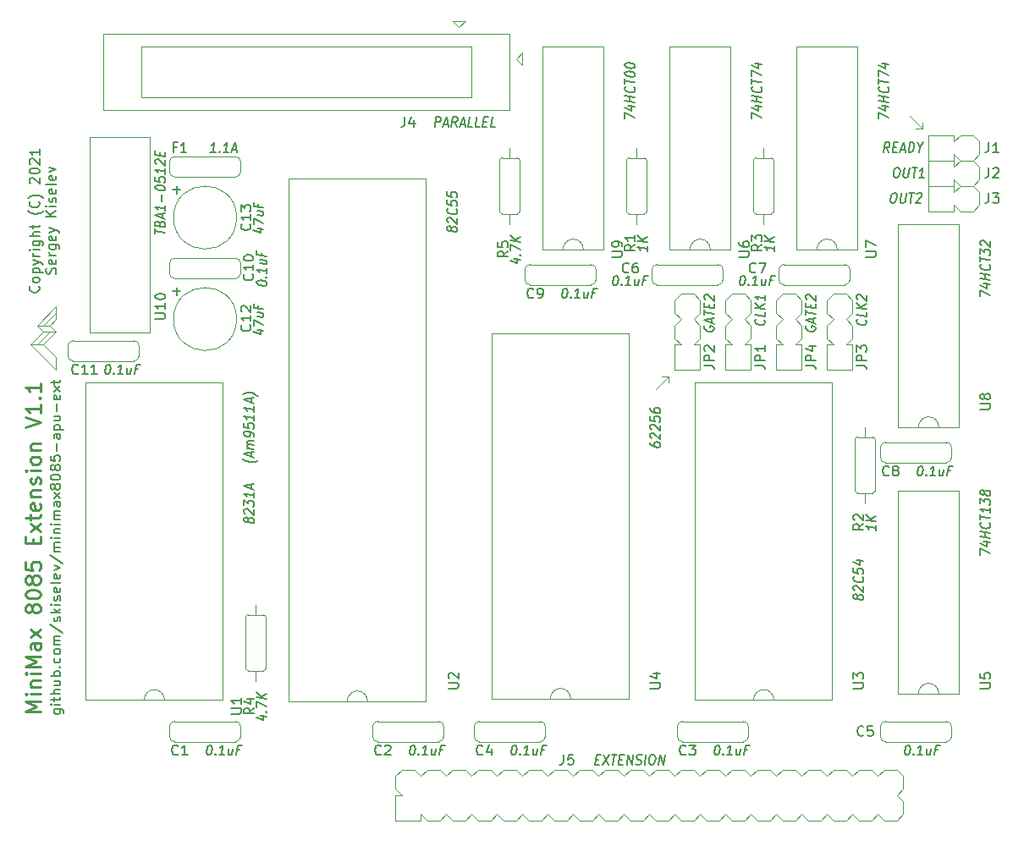
<source format=gto>
%TF.GenerationSoftware,KiCad,Pcbnew,(5.1.8)-1*%
%TF.CreationDate,2021-11-24T12:27:13-08:00*%
%TF.ProjectId,Mini8085Ext,4d696e69-3830-4383-9545-78742e6b6963,rev?*%
%TF.SameCoordinates,Original*%
%TF.FileFunction,Legend,Top*%
%TF.FilePolarity,Positive*%
%FSLAX46Y46*%
G04 Gerber Fmt 4.6, Leading zero omitted, Abs format (unit mm)*
G04 Created by KiCad (PCBNEW (5.1.8)-1) date 2021-11-24 12:27:13*
%MOMM*%
%LPD*%
G01*
G04 APERTURE LIST*
%ADD10C,0.150000*%
%ADD11C,0.120000*%
%ADD12C,0.225000*%
G04 APERTURE END LIST*
D10*
X106783214Y-118425476D02*
X107592738Y-118425476D01*
X107687976Y-118473095D01*
X107735595Y-118520714D01*
X107783214Y-118615952D01*
X107783214Y-118758809D01*
X107735595Y-118854047D01*
X107402261Y-118425476D02*
X107449880Y-118520714D01*
X107449880Y-118711190D01*
X107402261Y-118806428D01*
X107354642Y-118854047D01*
X107259404Y-118901666D01*
X106973690Y-118901666D01*
X106878452Y-118854047D01*
X106830833Y-118806428D01*
X106783214Y-118711190D01*
X106783214Y-118520714D01*
X106830833Y-118425476D01*
X107449880Y-117949285D02*
X106783214Y-117949285D01*
X106449880Y-117949285D02*
X106497500Y-117996904D01*
X106545119Y-117949285D01*
X106497500Y-117901666D01*
X106449880Y-117949285D01*
X106545119Y-117949285D01*
X106783214Y-117615952D02*
X106783214Y-117235000D01*
X106449880Y-117473095D02*
X107307023Y-117473095D01*
X107402261Y-117425476D01*
X107449880Y-117330238D01*
X107449880Y-117235000D01*
X107449880Y-116901666D02*
X106449880Y-116901666D01*
X107449880Y-116473095D02*
X106926071Y-116473095D01*
X106830833Y-116520714D01*
X106783214Y-116615952D01*
X106783214Y-116758809D01*
X106830833Y-116854047D01*
X106878452Y-116901666D01*
X106783214Y-115568333D02*
X107449880Y-115568333D01*
X106783214Y-115996904D02*
X107307023Y-115996904D01*
X107402261Y-115949285D01*
X107449880Y-115854047D01*
X107449880Y-115711190D01*
X107402261Y-115615952D01*
X107354642Y-115568333D01*
X107449880Y-115092142D02*
X106449880Y-115092142D01*
X106830833Y-115092142D02*
X106783214Y-114996904D01*
X106783214Y-114806428D01*
X106830833Y-114711190D01*
X106878452Y-114663571D01*
X106973690Y-114615952D01*
X107259404Y-114615952D01*
X107354642Y-114663571D01*
X107402261Y-114711190D01*
X107449880Y-114806428D01*
X107449880Y-114996904D01*
X107402261Y-115092142D01*
X107354642Y-114187380D02*
X107402261Y-114139761D01*
X107449880Y-114187380D01*
X107402261Y-114235000D01*
X107354642Y-114187380D01*
X107449880Y-114187380D01*
X107402261Y-113282619D02*
X107449880Y-113377857D01*
X107449880Y-113568333D01*
X107402261Y-113663571D01*
X107354642Y-113711190D01*
X107259404Y-113758809D01*
X106973690Y-113758809D01*
X106878452Y-113711190D01*
X106830833Y-113663571D01*
X106783214Y-113568333D01*
X106783214Y-113377857D01*
X106830833Y-113282619D01*
X107449880Y-112711190D02*
X107402261Y-112806428D01*
X107354642Y-112854047D01*
X107259404Y-112901666D01*
X106973690Y-112901666D01*
X106878452Y-112854047D01*
X106830833Y-112806428D01*
X106783214Y-112711190D01*
X106783214Y-112568333D01*
X106830833Y-112473095D01*
X106878452Y-112425476D01*
X106973690Y-112377857D01*
X107259404Y-112377857D01*
X107354642Y-112425476D01*
X107402261Y-112473095D01*
X107449880Y-112568333D01*
X107449880Y-112711190D01*
X107449880Y-111949285D02*
X106783214Y-111949285D01*
X106878452Y-111949285D02*
X106830833Y-111901666D01*
X106783214Y-111806428D01*
X106783214Y-111663571D01*
X106830833Y-111568333D01*
X106926071Y-111520714D01*
X107449880Y-111520714D01*
X106926071Y-111520714D02*
X106830833Y-111473095D01*
X106783214Y-111377857D01*
X106783214Y-111235000D01*
X106830833Y-111139761D01*
X106926071Y-111092142D01*
X107449880Y-111092142D01*
X106402261Y-109901666D02*
X107687976Y-110758809D01*
X107402261Y-109615952D02*
X107449880Y-109520714D01*
X107449880Y-109330238D01*
X107402261Y-109235000D01*
X107307023Y-109187380D01*
X107259404Y-109187380D01*
X107164166Y-109235000D01*
X107116547Y-109330238D01*
X107116547Y-109473095D01*
X107068928Y-109568333D01*
X106973690Y-109615952D01*
X106926071Y-109615952D01*
X106830833Y-109568333D01*
X106783214Y-109473095D01*
X106783214Y-109330238D01*
X106830833Y-109235000D01*
X107449880Y-108758809D02*
X106449880Y-108758809D01*
X107068928Y-108663571D02*
X107449880Y-108377857D01*
X106783214Y-108377857D02*
X107164166Y-108758809D01*
X107449880Y-107949285D02*
X106783214Y-107949285D01*
X106449880Y-107949285D02*
X106497500Y-107996904D01*
X106545119Y-107949285D01*
X106497500Y-107901666D01*
X106449880Y-107949285D01*
X106545119Y-107949285D01*
X107402261Y-107520714D02*
X107449880Y-107425476D01*
X107449880Y-107235000D01*
X107402261Y-107139761D01*
X107307023Y-107092142D01*
X107259404Y-107092142D01*
X107164166Y-107139761D01*
X107116547Y-107235000D01*
X107116547Y-107377857D01*
X107068928Y-107473095D01*
X106973690Y-107520714D01*
X106926071Y-107520714D01*
X106830833Y-107473095D01*
X106783214Y-107377857D01*
X106783214Y-107235000D01*
X106830833Y-107139761D01*
X107402261Y-106282619D02*
X107449880Y-106377857D01*
X107449880Y-106568333D01*
X107402261Y-106663571D01*
X107307023Y-106711190D01*
X106926071Y-106711190D01*
X106830833Y-106663571D01*
X106783214Y-106568333D01*
X106783214Y-106377857D01*
X106830833Y-106282619D01*
X106926071Y-106235000D01*
X107021309Y-106235000D01*
X107116547Y-106711190D01*
X107449880Y-105663571D02*
X107402261Y-105758809D01*
X107307023Y-105806428D01*
X106449880Y-105806428D01*
X107402261Y-104901666D02*
X107449880Y-104996904D01*
X107449880Y-105187380D01*
X107402261Y-105282619D01*
X107307023Y-105330238D01*
X106926071Y-105330238D01*
X106830833Y-105282619D01*
X106783214Y-105187380D01*
X106783214Y-104996904D01*
X106830833Y-104901666D01*
X106926071Y-104854047D01*
X107021309Y-104854047D01*
X107116547Y-105330238D01*
X106783214Y-104520714D02*
X107449880Y-104282619D01*
X106783214Y-104044523D01*
X106402261Y-102949285D02*
X107687976Y-103806428D01*
X107449880Y-102615952D02*
X106783214Y-102615952D01*
X106878452Y-102615952D02*
X106830833Y-102568333D01*
X106783214Y-102473095D01*
X106783214Y-102330238D01*
X106830833Y-102235000D01*
X106926071Y-102187380D01*
X107449880Y-102187380D01*
X106926071Y-102187380D02*
X106830833Y-102139761D01*
X106783214Y-102044523D01*
X106783214Y-101901666D01*
X106830833Y-101806428D01*
X106926071Y-101758809D01*
X107449880Y-101758809D01*
X107449880Y-101282619D02*
X106783214Y-101282619D01*
X106449880Y-101282619D02*
X106497500Y-101330238D01*
X106545119Y-101282619D01*
X106497500Y-101235000D01*
X106449880Y-101282619D01*
X106545119Y-101282619D01*
X106783214Y-100806428D02*
X107449880Y-100806428D01*
X106878452Y-100806428D02*
X106830833Y-100758809D01*
X106783214Y-100663571D01*
X106783214Y-100520714D01*
X106830833Y-100425476D01*
X106926071Y-100377857D01*
X107449880Y-100377857D01*
X107449880Y-99901666D02*
X106783214Y-99901666D01*
X106449880Y-99901666D02*
X106497500Y-99949285D01*
X106545119Y-99901666D01*
X106497500Y-99854047D01*
X106449880Y-99901666D01*
X106545119Y-99901666D01*
X107449880Y-99425476D02*
X106783214Y-99425476D01*
X106878452Y-99425476D02*
X106830833Y-99377857D01*
X106783214Y-99282619D01*
X106783214Y-99139761D01*
X106830833Y-99044523D01*
X106926071Y-98996904D01*
X107449880Y-98996904D01*
X106926071Y-98996904D02*
X106830833Y-98949285D01*
X106783214Y-98854047D01*
X106783214Y-98711190D01*
X106830833Y-98615952D01*
X106926071Y-98568333D01*
X107449880Y-98568333D01*
X107449880Y-97663571D02*
X106926071Y-97663571D01*
X106830833Y-97711190D01*
X106783214Y-97806428D01*
X106783214Y-97996904D01*
X106830833Y-98092142D01*
X107402261Y-97663571D02*
X107449880Y-97758809D01*
X107449880Y-97996904D01*
X107402261Y-98092142D01*
X107307023Y-98139761D01*
X107211785Y-98139761D01*
X107116547Y-98092142D01*
X107068928Y-97996904D01*
X107068928Y-97758809D01*
X107021309Y-97663571D01*
X107449880Y-97282619D02*
X106783214Y-96758809D01*
X106783214Y-97282619D02*
X107449880Y-96758809D01*
X106878452Y-96235000D02*
X106830833Y-96330238D01*
X106783214Y-96377857D01*
X106687976Y-96425476D01*
X106640357Y-96425476D01*
X106545119Y-96377857D01*
X106497500Y-96330238D01*
X106449880Y-96235000D01*
X106449880Y-96044523D01*
X106497500Y-95949285D01*
X106545119Y-95901666D01*
X106640357Y-95854047D01*
X106687976Y-95854047D01*
X106783214Y-95901666D01*
X106830833Y-95949285D01*
X106878452Y-96044523D01*
X106878452Y-96235000D01*
X106926071Y-96330238D01*
X106973690Y-96377857D01*
X107068928Y-96425476D01*
X107259404Y-96425476D01*
X107354642Y-96377857D01*
X107402261Y-96330238D01*
X107449880Y-96235000D01*
X107449880Y-96044523D01*
X107402261Y-95949285D01*
X107354642Y-95901666D01*
X107259404Y-95854047D01*
X107068928Y-95854047D01*
X106973690Y-95901666D01*
X106926071Y-95949285D01*
X106878452Y-96044523D01*
X106449880Y-95235000D02*
X106449880Y-95139761D01*
X106497500Y-95044523D01*
X106545119Y-94996904D01*
X106640357Y-94949285D01*
X106830833Y-94901666D01*
X107068928Y-94901666D01*
X107259404Y-94949285D01*
X107354642Y-94996904D01*
X107402261Y-95044523D01*
X107449880Y-95139761D01*
X107449880Y-95235000D01*
X107402261Y-95330238D01*
X107354642Y-95377857D01*
X107259404Y-95425476D01*
X107068928Y-95473095D01*
X106830833Y-95473095D01*
X106640357Y-95425476D01*
X106545119Y-95377857D01*
X106497500Y-95330238D01*
X106449880Y-95235000D01*
X106878452Y-94330238D02*
X106830833Y-94425476D01*
X106783214Y-94473095D01*
X106687976Y-94520714D01*
X106640357Y-94520714D01*
X106545119Y-94473095D01*
X106497500Y-94425476D01*
X106449880Y-94330238D01*
X106449880Y-94139761D01*
X106497500Y-94044523D01*
X106545119Y-93996904D01*
X106640357Y-93949285D01*
X106687976Y-93949285D01*
X106783214Y-93996904D01*
X106830833Y-94044523D01*
X106878452Y-94139761D01*
X106878452Y-94330238D01*
X106926071Y-94425476D01*
X106973690Y-94473095D01*
X107068928Y-94520714D01*
X107259404Y-94520714D01*
X107354642Y-94473095D01*
X107402261Y-94425476D01*
X107449880Y-94330238D01*
X107449880Y-94139761D01*
X107402261Y-94044523D01*
X107354642Y-93996904D01*
X107259404Y-93949285D01*
X107068928Y-93949285D01*
X106973690Y-93996904D01*
X106926071Y-94044523D01*
X106878452Y-94139761D01*
X106449880Y-93044523D02*
X106449880Y-93520714D01*
X106926071Y-93568333D01*
X106878452Y-93520714D01*
X106830833Y-93425476D01*
X106830833Y-93187380D01*
X106878452Y-93092142D01*
X106926071Y-93044523D01*
X107021309Y-92996904D01*
X107259404Y-92996904D01*
X107354642Y-93044523D01*
X107402261Y-93092142D01*
X107449880Y-93187380D01*
X107449880Y-93425476D01*
X107402261Y-93520714D01*
X107354642Y-93568333D01*
X107068928Y-92568333D02*
X107068928Y-91806428D01*
X107449880Y-90901666D02*
X106926071Y-90901666D01*
X106830833Y-90949285D01*
X106783214Y-91044523D01*
X106783214Y-91235000D01*
X106830833Y-91330238D01*
X107402261Y-90901666D02*
X107449880Y-90996904D01*
X107449880Y-91235000D01*
X107402261Y-91330238D01*
X107307023Y-91377857D01*
X107211785Y-91377857D01*
X107116547Y-91330238D01*
X107068928Y-91235000D01*
X107068928Y-90996904D01*
X107021309Y-90901666D01*
X106783214Y-90425476D02*
X107783214Y-90425476D01*
X106830833Y-90425476D02*
X106783214Y-90330238D01*
X106783214Y-90139761D01*
X106830833Y-90044523D01*
X106878452Y-89996904D01*
X106973690Y-89949285D01*
X107259404Y-89949285D01*
X107354642Y-89996904D01*
X107402261Y-90044523D01*
X107449880Y-90139761D01*
X107449880Y-90330238D01*
X107402261Y-90425476D01*
X106783214Y-89092142D02*
X107449880Y-89092142D01*
X106783214Y-89520714D02*
X107307023Y-89520714D01*
X107402261Y-89473095D01*
X107449880Y-89377857D01*
X107449880Y-89235000D01*
X107402261Y-89139761D01*
X107354642Y-89092142D01*
X107068928Y-88615952D02*
X107068928Y-87854047D01*
X107402261Y-86996904D02*
X107449880Y-87092142D01*
X107449880Y-87282619D01*
X107402261Y-87377857D01*
X107307023Y-87425476D01*
X106926071Y-87425476D01*
X106830833Y-87377857D01*
X106783214Y-87282619D01*
X106783214Y-87092142D01*
X106830833Y-86996904D01*
X106926071Y-86949285D01*
X107021309Y-86949285D01*
X107116547Y-87425476D01*
X107449880Y-86615952D02*
X106783214Y-86092142D01*
X106783214Y-86615952D02*
X107449880Y-86092142D01*
X106783214Y-85854047D02*
X106783214Y-85473095D01*
X106449880Y-85711190D02*
X107307023Y-85711190D01*
X107402261Y-85663571D01*
X107449880Y-85568333D01*
X107449880Y-85473095D01*
X127198333Y-93531889D02*
X127150714Y-93568794D01*
X127007857Y-93636651D01*
X126912619Y-93667604D01*
X126769761Y-93692604D01*
X126531666Y-93705699D01*
X126341190Y-93681889D01*
X126103095Y-93609270D01*
X125960238Y-93548556D01*
X125865000Y-93493794D01*
X125722142Y-93390223D01*
X125674523Y-93341413D01*
X126531666Y-93148556D02*
X126531666Y-92719985D01*
X126817380Y-93269985D02*
X125817380Y-92844985D01*
X126817380Y-92669985D01*
X126817380Y-92369985D02*
X126150714Y-92286651D01*
X126245952Y-92298556D02*
X126198333Y-92249747D01*
X126150714Y-92158080D01*
X126150714Y-92029508D01*
X126198333Y-91949747D01*
X126293571Y-91918794D01*
X126817380Y-91984270D01*
X126293571Y-91918794D02*
X126198333Y-91864032D01*
X126150714Y-91772366D01*
X126150714Y-91643794D01*
X126198333Y-91564032D01*
X126293571Y-91533080D01*
X126817380Y-91598556D01*
X126817380Y-91127127D02*
X126817380Y-90955699D01*
X126769761Y-90864032D01*
X126722142Y-90815223D01*
X126579285Y-90711651D01*
X126388809Y-90644985D01*
X126007857Y-90597366D01*
X125912619Y-90628318D01*
X125865000Y-90665223D01*
X125817380Y-90744985D01*
X125817380Y-90916413D01*
X125865000Y-91008080D01*
X125912619Y-91056889D01*
X126007857Y-91111651D01*
X126245952Y-91141413D01*
X126341190Y-91110461D01*
X126388809Y-91073556D01*
X126436428Y-90993794D01*
X126436428Y-90822366D01*
X126388809Y-90730699D01*
X126341190Y-90681889D01*
X126245952Y-90627127D01*
X125817380Y-89759270D02*
X125817380Y-90187842D01*
X126293571Y-90290223D01*
X126245952Y-90241413D01*
X126198333Y-90149747D01*
X126198333Y-89935461D01*
X126245952Y-89855699D01*
X126293571Y-89818794D01*
X126388809Y-89787842D01*
X126626904Y-89817604D01*
X126722142Y-89872366D01*
X126769761Y-89921175D01*
X126817380Y-90012842D01*
X126817380Y-90227127D01*
X126769761Y-90306889D01*
X126722142Y-90343794D01*
X126817380Y-88984270D02*
X126817380Y-89498556D01*
X126817380Y-89241413D02*
X125817380Y-89116413D01*
X125960238Y-89219985D01*
X126055476Y-89317604D01*
X126103095Y-89409270D01*
X126817380Y-88127127D02*
X126817380Y-88641413D01*
X126817380Y-88384270D02*
X125817380Y-88259270D01*
X125960238Y-88362842D01*
X126055476Y-88460461D01*
X126103095Y-88552127D01*
X126531666Y-87748556D02*
X126531666Y-87319985D01*
X126817380Y-87869985D02*
X125817380Y-87444985D01*
X126817380Y-87269985D01*
X127198333Y-87103318D02*
X127150714Y-87054508D01*
X127007857Y-86950937D01*
X126912619Y-86896175D01*
X126769761Y-86835461D01*
X126531666Y-86762842D01*
X126341190Y-86739032D01*
X126103095Y-86752127D01*
X125960238Y-86777127D01*
X125865000Y-86808080D01*
X125722142Y-86875937D01*
X125674523Y-86912842D01*
D11*
X153670000Y-53975000D02*
X153035000Y-53340000D01*
X153670000Y-52705000D02*
X153670000Y-53975000D01*
X153035000Y-53340000D02*
X153670000Y-52705000D01*
X193675000Y-60325000D02*
X192405000Y-59055000D01*
X168275000Y-85090000D02*
X167005000Y-86360000D01*
X168275000Y-85090000D02*
X168275000Y-85725000D01*
X167640000Y-85090000D02*
X168275000Y-85090000D01*
X193675000Y-59690000D02*
X193675000Y-60325000D01*
X193675000Y-60325000D02*
X193040000Y-60325000D01*
D10*
X105259642Y-76080119D02*
X105307261Y-76127738D01*
X105354880Y-76270595D01*
X105354880Y-76365833D01*
X105307261Y-76508690D01*
X105212023Y-76603928D01*
X105116785Y-76651547D01*
X104926309Y-76699166D01*
X104783452Y-76699166D01*
X104592976Y-76651547D01*
X104497738Y-76603928D01*
X104402500Y-76508690D01*
X104354880Y-76365833D01*
X104354880Y-76270595D01*
X104402500Y-76127738D01*
X104450119Y-76080119D01*
X105354880Y-75508690D02*
X105307261Y-75603928D01*
X105259642Y-75651547D01*
X105164404Y-75699166D01*
X104878690Y-75699166D01*
X104783452Y-75651547D01*
X104735833Y-75603928D01*
X104688214Y-75508690D01*
X104688214Y-75365833D01*
X104735833Y-75270595D01*
X104783452Y-75222976D01*
X104878690Y-75175357D01*
X105164404Y-75175357D01*
X105259642Y-75222976D01*
X105307261Y-75270595D01*
X105354880Y-75365833D01*
X105354880Y-75508690D01*
X104688214Y-74746785D02*
X105688214Y-74746785D01*
X104735833Y-74746785D02*
X104688214Y-74651547D01*
X104688214Y-74461071D01*
X104735833Y-74365833D01*
X104783452Y-74318214D01*
X104878690Y-74270595D01*
X105164404Y-74270595D01*
X105259642Y-74318214D01*
X105307261Y-74365833D01*
X105354880Y-74461071D01*
X105354880Y-74651547D01*
X105307261Y-74746785D01*
X104688214Y-73937261D02*
X105354880Y-73699166D01*
X104688214Y-73461071D02*
X105354880Y-73699166D01*
X105592976Y-73794404D01*
X105640595Y-73842023D01*
X105688214Y-73937261D01*
X105354880Y-73080119D02*
X104688214Y-73080119D01*
X104878690Y-73080119D02*
X104783452Y-73032500D01*
X104735833Y-72984880D01*
X104688214Y-72889642D01*
X104688214Y-72794404D01*
X105354880Y-72461071D02*
X104688214Y-72461071D01*
X104354880Y-72461071D02*
X104402500Y-72508690D01*
X104450119Y-72461071D01*
X104402500Y-72413452D01*
X104354880Y-72461071D01*
X104450119Y-72461071D01*
X104688214Y-71556309D02*
X105497738Y-71556309D01*
X105592976Y-71603928D01*
X105640595Y-71651547D01*
X105688214Y-71746785D01*
X105688214Y-71889642D01*
X105640595Y-71984880D01*
X105307261Y-71556309D02*
X105354880Y-71651547D01*
X105354880Y-71842023D01*
X105307261Y-71937261D01*
X105259642Y-71984880D01*
X105164404Y-72032500D01*
X104878690Y-72032500D01*
X104783452Y-71984880D01*
X104735833Y-71937261D01*
X104688214Y-71842023D01*
X104688214Y-71651547D01*
X104735833Y-71556309D01*
X105354880Y-71080119D02*
X104354880Y-71080119D01*
X105354880Y-70651547D02*
X104831071Y-70651547D01*
X104735833Y-70699166D01*
X104688214Y-70794404D01*
X104688214Y-70937261D01*
X104735833Y-71032500D01*
X104783452Y-71080119D01*
X104688214Y-70318214D02*
X104688214Y-69937261D01*
X104354880Y-70175357D02*
X105212023Y-70175357D01*
X105307261Y-70127738D01*
X105354880Y-70032500D01*
X105354880Y-69937261D01*
X105735833Y-68556309D02*
X105688214Y-68603928D01*
X105545357Y-68699166D01*
X105450119Y-68746785D01*
X105307261Y-68794404D01*
X105069166Y-68842023D01*
X104878690Y-68842023D01*
X104640595Y-68794404D01*
X104497738Y-68746785D01*
X104402500Y-68699166D01*
X104259642Y-68603928D01*
X104212023Y-68556309D01*
X105259642Y-67603928D02*
X105307261Y-67651547D01*
X105354880Y-67794404D01*
X105354880Y-67889642D01*
X105307261Y-68032500D01*
X105212023Y-68127738D01*
X105116785Y-68175357D01*
X104926309Y-68222976D01*
X104783452Y-68222976D01*
X104592976Y-68175357D01*
X104497738Y-68127738D01*
X104402500Y-68032500D01*
X104354880Y-67889642D01*
X104354880Y-67794404D01*
X104402500Y-67651547D01*
X104450119Y-67603928D01*
X105735833Y-67270595D02*
X105688214Y-67222976D01*
X105545357Y-67127738D01*
X105450119Y-67080119D01*
X105307261Y-67032500D01*
X105069166Y-66984880D01*
X104878690Y-66984880D01*
X104640595Y-67032500D01*
X104497738Y-67080119D01*
X104402500Y-67127738D01*
X104259642Y-67222976D01*
X104212023Y-67270595D01*
X104450119Y-65794404D02*
X104402500Y-65746785D01*
X104354880Y-65651547D01*
X104354880Y-65413452D01*
X104402500Y-65318214D01*
X104450119Y-65270595D01*
X104545357Y-65222976D01*
X104640595Y-65222976D01*
X104783452Y-65270595D01*
X105354880Y-65842023D01*
X105354880Y-65222976D01*
X104354880Y-64603928D02*
X104354880Y-64508690D01*
X104402500Y-64413452D01*
X104450119Y-64365833D01*
X104545357Y-64318214D01*
X104735833Y-64270595D01*
X104973928Y-64270595D01*
X105164404Y-64318214D01*
X105259642Y-64365833D01*
X105307261Y-64413452D01*
X105354880Y-64508690D01*
X105354880Y-64603928D01*
X105307261Y-64699166D01*
X105259642Y-64746785D01*
X105164404Y-64794404D01*
X104973928Y-64842023D01*
X104735833Y-64842023D01*
X104545357Y-64794404D01*
X104450119Y-64746785D01*
X104402500Y-64699166D01*
X104354880Y-64603928D01*
X104450119Y-63889642D02*
X104402500Y-63842023D01*
X104354880Y-63746785D01*
X104354880Y-63508690D01*
X104402500Y-63413452D01*
X104450119Y-63365833D01*
X104545357Y-63318214D01*
X104640595Y-63318214D01*
X104783452Y-63365833D01*
X105354880Y-63937261D01*
X105354880Y-63318214D01*
X105354880Y-62365833D02*
X105354880Y-62937261D01*
X105354880Y-62651547D02*
X104354880Y-62651547D01*
X104497738Y-62746785D01*
X104592976Y-62842023D01*
X104640595Y-62937261D01*
X106957261Y-74842023D02*
X107004880Y-74699166D01*
X107004880Y-74461071D01*
X106957261Y-74365833D01*
X106909642Y-74318214D01*
X106814404Y-74270595D01*
X106719166Y-74270595D01*
X106623928Y-74318214D01*
X106576309Y-74365833D01*
X106528690Y-74461071D01*
X106481071Y-74651547D01*
X106433452Y-74746785D01*
X106385833Y-74794404D01*
X106290595Y-74842023D01*
X106195357Y-74842023D01*
X106100119Y-74794404D01*
X106052500Y-74746785D01*
X106004880Y-74651547D01*
X106004880Y-74413452D01*
X106052500Y-74270595D01*
X106957261Y-73461071D02*
X107004880Y-73556309D01*
X107004880Y-73746785D01*
X106957261Y-73842023D01*
X106862023Y-73889642D01*
X106481071Y-73889642D01*
X106385833Y-73842023D01*
X106338214Y-73746785D01*
X106338214Y-73556309D01*
X106385833Y-73461071D01*
X106481071Y-73413452D01*
X106576309Y-73413452D01*
X106671547Y-73889642D01*
X107004880Y-72984880D02*
X106338214Y-72984880D01*
X106528690Y-72984880D02*
X106433452Y-72937261D01*
X106385833Y-72889642D01*
X106338214Y-72794404D01*
X106338214Y-72699166D01*
X106338214Y-71937261D02*
X107147738Y-71937261D01*
X107242976Y-71984880D01*
X107290595Y-72032500D01*
X107338214Y-72127738D01*
X107338214Y-72270595D01*
X107290595Y-72365833D01*
X106957261Y-71937261D02*
X107004880Y-72032500D01*
X107004880Y-72222976D01*
X106957261Y-72318214D01*
X106909642Y-72365833D01*
X106814404Y-72413452D01*
X106528690Y-72413452D01*
X106433452Y-72365833D01*
X106385833Y-72318214D01*
X106338214Y-72222976D01*
X106338214Y-72032500D01*
X106385833Y-71937261D01*
X106957261Y-71080119D02*
X107004880Y-71175357D01*
X107004880Y-71365833D01*
X106957261Y-71461071D01*
X106862023Y-71508690D01*
X106481071Y-71508690D01*
X106385833Y-71461071D01*
X106338214Y-71365833D01*
X106338214Y-71175357D01*
X106385833Y-71080119D01*
X106481071Y-71032500D01*
X106576309Y-71032500D01*
X106671547Y-71508690D01*
X106338214Y-70699166D02*
X107004880Y-70461071D01*
X106338214Y-70222976D02*
X107004880Y-70461071D01*
X107242976Y-70556309D01*
X107290595Y-70603928D01*
X107338214Y-70699166D01*
X107004880Y-69080119D02*
X106004880Y-69080119D01*
X107004880Y-68508690D02*
X106433452Y-68937261D01*
X106004880Y-68508690D02*
X106576309Y-69080119D01*
X107004880Y-68080119D02*
X106338214Y-68080119D01*
X106004880Y-68080119D02*
X106052500Y-68127738D01*
X106100119Y-68080119D01*
X106052500Y-68032500D01*
X106004880Y-68080119D01*
X106100119Y-68080119D01*
X106957261Y-67651547D02*
X107004880Y-67556309D01*
X107004880Y-67365833D01*
X106957261Y-67270595D01*
X106862023Y-67222976D01*
X106814404Y-67222976D01*
X106719166Y-67270595D01*
X106671547Y-67365833D01*
X106671547Y-67508690D01*
X106623928Y-67603928D01*
X106528690Y-67651547D01*
X106481071Y-67651547D01*
X106385833Y-67603928D01*
X106338214Y-67508690D01*
X106338214Y-67365833D01*
X106385833Y-67270595D01*
X106957261Y-66413452D02*
X107004880Y-66508690D01*
X107004880Y-66699166D01*
X106957261Y-66794404D01*
X106862023Y-66842023D01*
X106481071Y-66842023D01*
X106385833Y-66794404D01*
X106338214Y-66699166D01*
X106338214Y-66508690D01*
X106385833Y-66413452D01*
X106481071Y-66365833D01*
X106576309Y-66365833D01*
X106671547Y-66842023D01*
X107004880Y-65794404D02*
X106957261Y-65889642D01*
X106862023Y-65937261D01*
X106004880Y-65937261D01*
X106957261Y-65032500D02*
X107004880Y-65127738D01*
X107004880Y-65318214D01*
X106957261Y-65413452D01*
X106862023Y-65461071D01*
X106481071Y-65461071D01*
X106385833Y-65413452D01*
X106338214Y-65318214D01*
X106338214Y-65127738D01*
X106385833Y-65032500D01*
X106481071Y-64984880D01*
X106576309Y-64984880D01*
X106671547Y-65461071D01*
X106338214Y-64651547D02*
X107004880Y-64413452D01*
X106338214Y-64175357D01*
D12*
X105453571Y-118627857D02*
X103953571Y-118627857D01*
X105025000Y-118127857D01*
X103953571Y-117627857D01*
X105453571Y-117627857D01*
X105453571Y-116913571D02*
X104453571Y-116913571D01*
X103953571Y-116913571D02*
X104025000Y-116985000D01*
X104096428Y-116913571D01*
X104025000Y-116842142D01*
X103953571Y-116913571D01*
X104096428Y-116913571D01*
X104453571Y-116199285D02*
X105453571Y-116199285D01*
X104596428Y-116199285D02*
X104525000Y-116127857D01*
X104453571Y-115985000D01*
X104453571Y-115770714D01*
X104525000Y-115627857D01*
X104667857Y-115556428D01*
X105453571Y-115556428D01*
X105453571Y-114842142D02*
X104453571Y-114842142D01*
X103953571Y-114842142D02*
X104025000Y-114913571D01*
X104096428Y-114842142D01*
X104025000Y-114770714D01*
X103953571Y-114842142D01*
X104096428Y-114842142D01*
X105453571Y-114127857D02*
X103953571Y-114127857D01*
X105025000Y-113627857D01*
X103953571Y-113127857D01*
X105453571Y-113127857D01*
X105453571Y-111770714D02*
X104667857Y-111770714D01*
X104525000Y-111842142D01*
X104453571Y-111985000D01*
X104453571Y-112270714D01*
X104525000Y-112413571D01*
X105382142Y-111770714D02*
X105453571Y-111913571D01*
X105453571Y-112270714D01*
X105382142Y-112413571D01*
X105239285Y-112485000D01*
X105096428Y-112485000D01*
X104953571Y-112413571D01*
X104882142Y-112270714D01*
X104882142Y-111913571D01*
X104810714Y-111770714D01*
X105453571Y-111199285D02*
X104453571Y-110413571D01*
X104453571Y-111199285D02*
X105453571Y-110413571D01*
X104596428Y-108485000D02*
X104525000Y-108627857D01*
X104453571Y-108699285D01*
X104310714Y-108770714D01*
X104239285Y-108770714D01*
X104096428Y-108699285D01*
X104025000Y-108627857D01*
X103953571Y-108485000D01*
X103953571Y-108199285D01*
X104025000Y-108056428D01*
X104096428Y-107985000D01*
X104239285Y-107913571D01*
X104310714Y-107913571D01*
X104453571Y-107985000D01*
X104525000Y-108056428D01*
X104596428Y-108199285D01*
X104596428Y-108485000D01*
X104667857Y-108627857D01*
X104739285Y-108699285D01*
X104882142Y-108770714D01*
X105167857Y-108770714D01*
X105310714Y-108699285D01*
X105382142Y-108627857D01*
X105453571Y-108485000D01*
X105453571Y-108199285D01*
X105382142Y-108056428D01*
X105310714Y-107985000D01*
X105167857Y-107913571D01*
X104882142Y-107913571D01*
X104739285Y-107985000D01*
X104667857Y-108056428D01*
X104596428Y-108199285D01*
X103953571Y-106985000D02*
X103953571Y-106842142D01*
X104025000Y-106699285D01*
X104096428Y-106627857D01*
X104239285Y-106556428D01*
X104525000Y-106485000D01*
X104882142Y-106485000D01*
X105167857Y-106556428D01*
X105310714Y-106627857D01*
X105382142Y-106699285D01*
X105453571Y-106842142D01*
X105453571Y-106985000D01*
X105382142Y-107127857D01*
X105310714Y-107199285D01*
X105167857Y-107270714D01*
X104882142Y-107342142D01*
X104525000Y-107342142D01*
X104239285Y-107270714D01*
X104096428Y-107199285D01*
X104025000Y-107127857D01*
X103953571Y-106985000D01*
X104596428Y-105627857D02*
X104525000Y-105770714D01*
X104453571Y-105842142D01*
X104310714Y-105913571D01*
X104239285Y-105913571D01*
X104096428Y-105842142D01*
X104025000Y-105770714D01*
X103953571Y-105627857D01*
X103953571Y-105342142D01*
X104025000Y-105199285D01*
X104096428Y-105127857D01*
X104239285Y-105056428D01*
X104310714Y-105056428D01*
X104453571Y-105127857D01*
X104525000Y-105199285D01*
X104596428Y-105342142D01*
X104596428Y-105627857D01*
X104667857Y-105770714D01*
X104739285Y-105842142D01*
X104882142Y-105913571D01*
X105167857Y-105913571D01*
X105310714Y-105842142D01*
X105382142Y-105770714D01*
X105453571Y-105627857D01*
X105453571Y-105342142D01*
X105382142Y-105199285D01*
X105310714Y-105127857D01*
X105167857Y-105056428D01*
X104882142Y-105056428D01*
X104739285Y-105127857D01*
X104667857Y-105199285D01*
X104596428Y-105342142D01*
X103953571Y-103699285D02*
X103953571Y-104413571D01*
X104667857Y-104485000D01*
X104596428Y-104413571D01*
X104525000Y-104270714D01*
X104525000Y-103913571D01*
X104596428Y-103770714D01*
X104667857Y-103699285D01*
X104810714Y-103627857D01*
X105167857Y-103627857D01*
X105310714Y-103699285D01*
X105382142Y-103770714D01*
X105453571Y-103913571D01*
X105453571Y-104270714D01*
X105382142Y-104413571D01*
X105310714Y-104485000D01*
X104667857Y-101842142D02*
X104667857Y-101342142D01*
X105453571Y-101127857D02*
X105453571Y-101842142D01*
X103953571Y-101842142D01*
X103953571Y-101127857D01*
X105453571Y-100627857D02*
X104453571Y-99842142D01*
X104453571Y-100627857D02*
X105453571Y-99842142D01*
X104453571Y-99485000D02*
X104453571Y-98913571D01*
X103953571Y-99270714D02*
X105239285Y-99270714D01*
X105382142Y-99199285D01*
X105453571Y-99056428D01*
X105453571Y-98913571D01*
X105382142Y-97842142D02*
X105453571Y-97985000D01*
X105453571Y-98270714D01*
X105382142Y-98413571D01*
X105239285Y-98485000D01*
X104667857Y-98485000D01*
X104525000Y-98413571D01*
X104453571Y-98270714D01*
X104453571Y-97985000D01*
X104525000Y-97842142D01*
X104667857Y-97770714D01*
X104810714Y-97770714D01*
X104953571Y-98485000D01*
X104453571Y-97127857D02*
X105453571Y-97127857D01*
X104596428Y-97127857D02*
X104525000Y-97056428D01*
X104453571Y-96913571D01*
X104453571Y-96699285D01*
X104525000Y-96556428D01*
X104667857Y-96485000D01*
X105453571Y-96485000D01*
X105382142Y-95842142D02*
X105453571Y-95699285D01*
X105453571Y-95413571D01*
X105382142Y-95270714D01*
X105239285Y-95199285D01*
X105167857Y-95199285D01*
X105025000Y-95270714D01*
X104953571Y-95413571D01*
X104953571Y-95627857D01*
X104882142Y-95770714D01*
X104739285Y-95842142D01*
X104667857Y-95842142D01*
X104525000Y-95770714D01*
X104453571Y-95627857D01*
X104453571Y-95413571D01*
X104525000Y-95270714D01*
X105453571Y-94556428D02*
X104453571Y-94556428D01*
X103953571Y-94556428D02*
X104025000Y-94627857D01*
X104096428Y-94556428D01*
X104025000Y-94485000D01*
X103953571Y-94556428D01*
X104096428Y-94556428D01*
X105453571Y-93627857D02*
X105382142Y-93770714D01*
X105310714Y-93842142D01*
X105167857Y-93913571D01*
X104739285Y-93913571D01*
X104596428Y-93842142D01*
X104525000Y-93770714D01*
X104453571Y-93627857D01*
X104453571Y-93413571D01*
X104525000Y-93270714D01*
X104596428Y-93199285D01*
X104739285Y-93127857D01*
X105167857Y-93127857D01*
X105310714Y-93199285D01*
X105382142Y-93270714D01*
X105453571Y-93413571D01*
X105453571Y-93627857D01*
X104453571Y-92485000D02*
X105453571Y-92485000D01*
X104596428Y-92485000D02*
X104525000Y-92413571D01*
X104453571Y-92270714D01*
X104453571Y-92056428D01*
X104525000Y-91913571D01*
X104667857Y-91842142D01*
X105453571Y-91842142D01*
X103953571Y-90199285D02*
X105453571Y-89699285D01*
X103953571Y-89199285D01*
X105453571Y-87913571D02*
X105453571Y-88770714D01*
X105453571Y-88342142D02*
X103953571Y-88342142D01*
X104167857Y-88485000D01*
X104310714Y-88627857D01*
X104382142Y-88770714D01*
X105310714Y-87270714D02*
X105382142Y-87199285D01*
X105453571Y-87270714D01*
X105382142Y-87342142D01*
X105310714Y-87270714D01*
X105453571Y-87270714D01*
X105453571Y-85770714D02*
X105453571Y-86627857D01*
X105453571Y-86199285D02*
X103953571Y-86199285D01*
X104167857Y-86342142D01*
X104310714Y-86485000D01*
X104382142Y-86627857D01*
D11*
X105727500Y-80010000D02*
X106997500Y-78740000D01*
X105092500Y-81915000D02*
X106362500Y-80645000D01*
X105727500Y-80645000D02*
X106997500Y-80645000D01*
X105092500Y-80010000D02*
X106362500Y-80010000D01*
X104457500Y-81915000D02*
X105727500Y-81915000D01*
X106997500Y-83185000D02*
X106997500Y-84455000D01*
X105727500Y-81915000D02*
X106997500Y-83185000D01*
X106997500Y-80645000D02*
X105727500Y-81915000D01*
X106362500Y-80010000D02*
X106997500Y-80645000D01*
X106997500Y-79375000D02*
X106362500Y-80010000D01*
X106997500Y-78105000D02*
X106997500Y-79375000D01*
X105092500Y-80010000D02*
X106997500Y-78105000D01*
X105727500Y-80645000D02*
X105092500Y-80010000D01*
X104457500Y-81915000D02*
X105727500Y-80645000D01*
X106997500Y-84455000D02*
X104457500Y-81915000D01*
%TO.C,J4*%
X152400000Y-50800000D02*
X111760000Y-50800000D01*
X111760000Y-58420000D02*
X152400000Y-58420000D01*
X148590000Y-57150000D02*
X115570000Y-57150000D01*
X115570000Y-52070000D02*
X148590000Y-52070000D01*
X147955000Y-49530000D02*
X147320000Y-50165000D01*
X147320000Y-50165000D02*
X146685000Y-49530000D01*
X146685000Y-49530000D02*
X147955000Y-49530000D01*
X111760000Y-58420000D02*
X111760000Y-50800000D01*
X152400000Y-50800000D02*
X152400000Y-58420000D01*
X148590000Y-52070000D02*
X148590000Y-57150000D01*
X115570000Y-57150000D02*
X115570000Y-52070000D01*
%TO.C,C13*%
X125070000Y-69215000D02*
G75*
G03*
X125070000Y-69215000I-3150000J0D01*
G01*
%TO.C,J1*%
X196850000Y-63500000D02*
X194310000Y-63500000D01*
X197485000Y-63500000D02*
X196850000Y-62865000D01*
X198755000Y-63500000D02*
X197485000Y-63500000D01*
X199390000Y-62865000D02*
X198755000Y-63500000D01*
X199390000Y-61595000D02*
X199390000Y-62865000D01*
X198755000Y-60960000D02*
X199390000Y-61595000D01*
X197485000Y-60960000D02*
X198755000Y-60960000D01*
X196850000Y-61595000D02*
X197485000Y-60960000D01*
X194310000Y-60960000D02*
X196850000Y-60960000D01*
X194310000Y-63500000D02*
X194310000Y-60960000D01*
X196850000Y-63500000D02*
X196850000Y-62865000D01*
X196850000Y-61595000D02*
X196850000Y-60960000D01*
%TO.C,J2*%
X196850000Y-66040000D02*
X194310000Y-66040000D01*
X197485000Y-66040000D02*
X196850000Y-65405000D01*
X198755000Y-66040000D02*
X197485000Y-66040000D01*
X199390000Y-65405000D02*
X198755000Y-66040000D01*
X199390000Y-64135000D02*
X199390000Y-65405000D01*
X198755000Y-63500000D02*
X199390000Y-64135000D01*
X197485000Y-63500000D02*
X198755000Y-63500000D01*
X196850000Y-64135000D02*
X197485000Y-63500000D01*
X194310000Y-63500000D02*
X196850000Y-63500000D01*
X194310000Y-66040000D02*
X194310000Y-63500000D01*
X196850000Y-66040000D02*
X196850000Y-65405000D01*
X196850000Y-64135000D02*
X196850000Y-63500000D01*
%TO.C,J3*%
X196850000Y-68580000D02*
X194310000Y-68580000D01*
X197485000Y-68580000D02*
X196850000Y-67945000D01*
X198755000Y-68580000D02*
X197485000Y-68580000D01*
X199390000Y-67945000D02*
X198755000Y-68580000D01*
X199390000Y-66675000D02*
X199390000Y-67945000D01*
X198755000Y-66040000D02*
X199390000Y-66675000D01*
X197485000Y-66040000D02*
X198755000Y-66040000D01*
X196850000Y-66675000D02*
X197485000Y-66040000D01*
X194310000Y-66040000D02*
X196850000Y-66040000D01*
X194310000Y-68580000D02*
X194310000Y-66040000D01*
X196850000Y-68580000D02*
X196850000Y-67945000D01*
X196850000Y-66675000D02*
X196850000Y-66040000D01*
%TO.C,J5*%
X148590000Y-128905000D02*
X147955000Y-129540000D01*
X149225000Y-129540000D02*
X148590000Y-128905000D01*
X150495000Y-129540000D02*
X149225000Y-129540000D01*
X151130000Y-128905000D02*
X150495000Y-129540000D01*
X151765000Y-129540000D02*
X151130000Y-128905000D01*
X153035000Y-129540000D02*
X151765000Y-129540000D01*
X153670000Y-128905000D02*
X153035000Y-129540000D01*
X154305000Y-129540000D02*
X153670000Y-128905000D01*
X155575000Y-129540000D02*
X154305000Y-129540000D01*
X156210000Y-128905000D02*
X155575000Y-129540000D01*
X156845000Y-129540000D02*
X156210000Y-128905000D01*
X158115000Y-129540000D02*
X156845000Y-129540000D01*
X158750000Y-128905000D02*
X158115000Y-129540000D01*
X159385000Y-129540000D02*
X158750000Y-128905000D01*
X160655000Y-129540000D02*
X159385000Y-129540000D01*
X161290000Y-128905000D02*
X160655000Y-129540000D01*
X161925000Y-129540000D02*
X161290000Y-128905000D01*
X163195000Y-129540000D02*
X161925000Y-129540000D01*
X163830000Y-128905000D02*
X163195000Y-129540000D01*
X164465000Y-129540000D02*
X163830000Y-128905000D01*
X165735000Y-129540000D02*
X164465000Y-129540000D01*
X166370000Y-128905000D02*
X165735000Y-129540000D01*
X167005000Y-129540000D02*
X166370000Y-128905000D01*
X168275000Y-129540000D02*
X167005000Y-129540000D01*
X168910000Y-128905000D02*
X168275000Y-129540000D01*
X169545000Y-129540000D02*
X168910000Y-128905000D01*
X170815000Y-129540000D02*
X169545000Y-129540000D01*
X171450000Y-128905000D02*
X170815000Y-129540000D01*
X172085000Y-129540000D02*
X171450000Y-128905000D01*
X173355000Y-129540000D02*
X172085000Y-129540000D01*
X173990000Y-128905000D02*
X173355000Y-129540000D01*
X174625000Y-129540000D02*
X173990000Y-128905000D01*
X175895000Y-129540000D02*
X174625000Y-129540000D01*
X176530000Y-128905000D02*
X175895000Y-129540000D01*
X177165000Y-129540000D02*
X176530000Y-128905000D01*
X178435000Y-129540000D02*
X177165000Y-129540000D01*
X179070000Y-128905000D02*
X178435000Y-129540000D01*
X179705000Y-129540000D02*
X179070000Y-128905000D01*
X180975000Y-129540000D02*
X179705000Y-129540000D01*
X181610000Y-128905000D02*
X180975000Y-129540000D01*
X182245000Y-129540000D02*
X181610000Y-128905000D01*
X183515000Y-129540000D02*
X182245000Y-129540000D01*
X184150000Y-128905000D02*
X183515000Y-129540000D01*
X184785000Y-129540000D02*
X184150000Y-128905000D01*
X186055000Y-129540000D02*
X184785000Y-129540000D01*
X186690000Y-128905000D02*
X186055000Y-129540000D01*
X187325000Y-129540000D02*
X186690000Y-128905000D01*
X188595000Y-129540000D02*
X187325000Y-129540000D01*
X189230000Y-128905000D02*
X188595000Y-129540000D01*
X189865000Y-129540000D02*
X189230000Y-128905000D01*
X191135000Y-129540000D02*
X189865000Y-129540000D01*
X191770000Y-128905000D02*
X191135000Y-129540000D01*
X191770000Y-127635000D02*
X191770000Y-128905000D01*
X191135000Y-127000000D02*
X191770000Y-127635000D01*
X191770000Y-126365000D02*
X191135000Y-127000000D01*
X191770000Y-125095000D02*
X191770000Y-126365000D01*
X191135000Y-124460000D02*
X191770000Y-125095000D01*
X189865000Y-124460000D02*
X191135000Y-124460000D01*
X189230000Y-125095000D02*
X189865000Y-124460000D01*
X188595000Y-124460000D02*
X189230000Y-125095000D01*
X187325000Y-124460000D02*
X188595000Y-124460000D01*
X186690000Y-125095000D02*
X187325000Y-124460000D01*
X186055000Y-124460000D02*
X186690000Y-125095000D01*
X184785000Y-124460000D02*
X186055000Y-124460000D01*
X184150000Y-125095000D02*
X184785000Y-124460000D01*
X183515000Y-124460000D02*
X184150000Y-125095000D01*
X182245000Y-124460000D02*
X183515000Y-124460000D01*
X181610000Y-125095000D02*
X182245000Y-124460000D01*
X180975000Y-124460000D02*
X181610000Y-125095000D01*
X179705000Y-124460000D02*
X180975000Y-124460000D01*
X179070000Y-125095000D02*
X179705000Y-124460000D01*
X178435000Y-124460000D02*
X179070000Y-125095000D01*
X177165000Y-124460000D02*
X178435000Y-124460000D01*
X176530000Y-125095000D02*
X177165000Y-124460000D01*
X175895000Y-124460000D02*
X176530000Y-125095000D01*
X174625000Y-124460000D02*
X175895000Y-124460000D01*
X173990000Y-125095000D02*
X174625000Y-124460000D01*
X173355000Y-124460000D02*
X173990000Y-125095000D01*
X172085000Y-124460000D02*
X173355000Y-124460000D01*
X171450000Y-125095000D02*
X172085000Y-124460000D01*
X170815000Y-124460000D02*
X171450000Y-125095000D01*
X169545000Y-124460000D02*
X170815000Y-124460000D01*
X168910000Y-125095000D02*
X169545000Y-124460000D01*
X168275000Y-124460000D02*
X168910000Y-125095000D01*
X167005000Y-124460000D02*
X168275000Y-124460000D01*
X166370000Y-125095000D02*
X167005000Y-124460000D01*
X165735000Y-124460000D02*
X166370000Y-125095000D01*
X164465000Y-124460000D02*
X165735000Y-124460000D01*
X163830000Y-125095000D02*
X164465000Y-124460000D01*
X163195000Y-124460000D02*
X163830000Y-125095000D01*
X161925000Y-124460000D02*
X163195000Y-124460000D01*
X161290000Y-125095000D02*
X161925000Y-124460000D01*
X160655000Y-124460000D02*
X161290000Y-125095000D01*
X159385000Y-124460000D02*
X160655000Y-124460000D01*
X158750000Y-125095000D02*
X159385000Y-124460000D01*
X158115000Y-124460000D02*
X158750000Y-125095000D01*
X156210000Y-125095000D02*
X156845000Y-124460000D01*
X156845000Y-124460000D02*
X158115000Y-124460000D01*
X155575000Y-124460000D02*
X156210000Y-125095000D01*
X153670000Y-125095000D02*
X154305000Y-124460000D01*
X153035000Y-124460000D02*
X153670000Y-125095000D01*
X154305000Y-124460000D02*
X155575000Y-124460000D01*
X151130000Y-125095000D02*
X151765000Y-124460000D01*
X151765000Y-124460000D02*
X153035000Y-124460000D01*
X150495000Y-124460000D02*
X151130000Y-125095000D01*
X147955000Y-124460000D02*
X148590000Y-125095000D01*
X148590000Y-125095000D02*
X149225000Y-124460000D01*
X149225000Y-124460000D02*
X150495000Y-124460000D01*
X143510000Y-129540000D02*
X143510000Y-128905000D01*
X140970000Y-127000000D02*
X141605000Y-127000000D01*
X147955000Y-129540000D02*
X146685000Y-129540000D01*
X146685000Y-129540000D02*
X146050000Y-128905000D01*
X146050000Y-128905000D02*
X145415000Y-129540000D01*
X145415000Y-129540000D02*
X144145000Y-129540000D01*
X144145000Y-129540000D02*
X143510000Y-128905000D01*
X141605000Y-127000000D02*
X140970000Y-126365000D01*
X140970000Y-126365000D02*
X140970000Y-125095000D01*
X140970000Y-125095000D02*
X141605000Y-124460000D01*
X141605000Y-124460000D02*
X142875000Y-124460000D01*
X142875000Y-124460000D02*
X143510000Y-125095000D01*
X143510000Y-125095000D02*
X144145000Y-124460000D01*
X144145000Y-124460000D02*
X145415000Y-124460000D01*
X145415000Y-124460000D02*
X146050000Y-125095000D01*
X146050000Y-125095000D02*
X146685000Y-124460000D01*
X146685000Y-124460000D02*
X147955000Y-124460000D01*
X143510000Y-129540000D02*
X140970000Y-129540000D01*
X140970000Y-129540000D02*
X140970000Y-127000000D01*
%TO.C,JP1*%
X174625000Y-81915000D02*
X173990000Y-81915000D01*
X176530000Y-81915000D02*
X175895000Y-81915000D01*
X176530000Y-84455000D02*
X173990000Y-84455000D01*
X173990000Y-84455000D02*
X173990000Y-81915000D01*
X174625000Y-81915000D02*
X173990000Y-81280000D01*
X173990000Y-81280000D02*
X173990000Y-80010000D01*
X173990000Y-80010000D02*
X174625000Y-79375000D01*
X174625000Y-79375000D02*
X173990000Y-78740000D01*
X173990000Y-78740000D02*
X173990000Y-77470000D01*
X173990000Y-77470000D02*
X174625000Y-76835000D01*
X174625000Y-76835000D02*
X175895000Y-76835000D01*
X175895000Y-76835000D02*
X176530000Y-77470000D01*
X176530000Y-77470000D02*
X176530000Y-78740000D01*
X176530000Y-78740000D02*
X175895000Y-79375000D01*
X175895000Y-79375000D02*
X176530000Y-80010000D01*
X176530000Y-80010000D02*
X176530000Y-81280000D01*
X176530000Y-81280000D02*
X175895000Y-81915000D01*
X176530000Y-81915000D02*
X176530000Y-84455000D01*
%TO.C,JP2*%
X169545000Y-81915000D02*
X168910000Y-81915000D01*
X171450000Y-81915000D02*
X170815000Y-81915000D01*
X171450000Y-84455000D02*
X168910000Y-84455000D01*
X168910000Y-84455000D02*
X168910000Y-81915000D01*
X169545000Y-81915000D02*
X168910000Y-81280000D01*
X168910000Y-81280000D02*
X168910000Y-80010000D01*
X168910000Y-80010000D02*
X169545000Y-79375000D01*
X169545000Y-79375000D02*
X168910000Y-78740000D01*
X168910000Y-78740000D02*
X168910000Y-77470000D01*
X168910000Y-77470000D02*
X169545000Y-76835000D01*
X169545000Y-76835000D02*
X170815000Y-76835000D01*
X170815000Y-76835000D02*
X171450000Y-77470000D01*
X171450000Y-77470000D02*
X171450000Y-78740000D01*
X171450000Y-78740000D02*
X170815000Y-79375000D01*
X170815000Y-79375000D02*
X171450000Y-80010000D01*
X171450000Y-80010000D02*
X171450000Y-81280000D01*
X171450000Y-81280000D02*
X170815000Y-81915000D01*
X171450000Y-81915000D02*
X171450000Y-84455000D01*
%TO.C,JP3*%
X184785000Y-81915000D02*
X184150000Y-81915000D01*
X186690000Y-81915000D02*
X186055000Y-81915000D01*
X186690000Y-84455000D02*
X184150000Y-84455000D01*
X184150000Y-84455000D02*
X184150000Y-81915000D01*
X184785000Y-81915000D02*
X184150000Y-81280000D01*
X184150000Y-81280000D02*
X184150000Y-80010000D01*
X184150000Y-80010000D02*
X184785000Y-79375000D01*
X184785000Y-79375000D02*
X184150000Y-78740000D01*
X184150000Y-78740000D02*
X184150000Y-77470000D01*
X184150000Y-77470000D02*
X184785000Y-76835000D01*
X184785000Y-76835000D02*
X186055000Y-76835000D01*
X186055000Y-76835000D02*
X186690000Y-77470000D01*
X186690000Y-77470000D02*
X186690000Y-78740000D01*
X186690000Y-78740000D02*
X186055000Y-79375000D01*
X186055000Y-79375000D02*
X186690000Y-80010000D01*
X186690000Y-80010000D02*
X186690000Y-81280000D01*
X186690000Y-81280000D02*
X186055000Y-81915000D01*
X186690000Y-81915000D02*
X186690000Y-84455000D01*
%TO.C,JP4*%
X179705000Y-81915000D02*
X179070000Y-81915000D01*
X181610000Y-81915000D02*
X180975000Y-81915000D01*
X181610000Y-84455000D02*
X179070000Y-84455000D01*
X179070000Y-84455000D02*
X179070000Y-81915000D01*
X179705000Y-81915000D02*
X179070000Y-81280000D01*
X179070000Y-81280000D02*
X179070000Y-80010000D01*
X179070000Y-80010000D02*
X179705000Y-79375000D01*
X179705000Y-79375000D02*
X179070000Y-78740000D01*
X179070000Y-78740000D02*
X179070000Y-77470000D01*
X179070000Y-77470000D02*
X179705000Y-76835000D01*
X179705000Y-76835000D02*
X180975000Y-76835000D01*
X180975000Y-76835000D02*
X181610000Y-77470000D01*
X181610000Y-77470000D02*
X181610000Y-78740000D01*
X181610000Y-78740000D02*
X180975000Y-79375000D01*
X180975000Y-79375000D02*
X181610000Y-80010000D01*
X181610000Y-80010000D02*
X181610000Y-81280000D01*
X181610000Y-81280000D02*
X180975000Y-81915000D01*
X181610000Y-81915000D02*
X181610000Y-84455000D01*
%TO.C,R1*%
X166116000Y-63500000D02*
X166116000Y-68580000D01*
X164338000Y-63246000D02*
X165862000Y-63246000D01*
X164084000Y-68580000D02*
X164084000Y-63500000D01*
X165862000Y-68834000D02*
X164338000Y-68834000D01*
X165100000Y-63246000D02*
X165100000Y-62230000D01*
X165100000Y-69850000D02*
X165100000Y-68834000D01*
X164084000Y-68580000D02*
G75*
G03*
X164338000Y-68834000I254000J0D01*
G01*
X165862000Y-68834000D02*
G75*
G03*
X166116000Y-68580000I0J254000D01*
G01*
X164338000Y-63246000D02*
G75*
G03*
X164084000Y-63500000I0J-254000D01*
G01*
X166116000Y-63500000D02*
G75*
G03*
X165862000Y-63246000I-254000J0D01*
G01*
%TO.C,R2*%
X188976000Y-91440000D02*
X188976000Y-96520000D01*
X187198000Y-91186000D02*
X188722000Y-91186000D01*
X186944000Y-96520000D02*
X186944000Y-91440000D01*
X188722000Y-96774000D02*
X187198000Y-96774000D01*
X187960000Y-91186000D02*
X187960000Y-90170000D01*
X187960000Y-97790000D02*
X187960000Y-96774000D01*
X186944000Y-96520000D02*
G75*
G03*
X187198000Y-96774000I254000J0D01*
G01*
X188722000Y-96774000D02*
G75*
G03*
X188976000Y-96520000I0J254000D01*
G01*
X187198000Y-91186000D02*
G75*
G03*
X186944000Y-91440000I0J-254000D01*
G01*
X188976000Y-91440000D02*
G75*
G03*
X188722000Y-91186000I-254000J0D01*
G01*
%TO.C,R3*%
X178816000Y-63500000D02*
X178816000Y-68580000D01*
X177038000Y-63246000D02*
X178562000Y-63246000D01*
X176784000Y-68580000D02*
X176784000Y-63500000D01*
X178562000Y-68834000D02*
X177038000Y-68834000D01*
X177800000Y-63246000D02*
X177800000Y-62230000D01*
X177800000Y-69850000D02*
X177800000Y-68834000D01*
X176784000Y-68580000D02*
G75*
G03*
X177038000Y-68834000I254000J0D01*
G01*
X178562000Y-68834000D02*
G75*
G03*
X178816000Y-68580000I0J254000D01*
G01*
X177038000Y-63246000D02*
G75*
G03*
X176784000Y-63500000I0J-254000D01*
G01*
X178816000Y-63500000D02*
G75*
G03*
X178562000Y-63246000I-254000J0D01*
G01*
%TO.C,R5*%
X153416000Y-63500000D02*
X153416000Y-68580000D01*
X151638000Y-63246000D02*
X153162000Y-63246000D01*
X151384000Y-68580000D02*
X151384000Y-63500000D01*
X153162000Y-68834000D02*
X151638000Y-68834000D01*
X152400000Y-63246000D02*
X152400000Y-62230000D01*
X152400000Y-69850000D02*
X152400000Y-68834000D01*
X151384000Y-68580000D02*
G75*
G03*
X151638000Y-68834000I254000J0D01*
G01*
X153162000Y-68834000D02*
G75*
G03*
X153416000Y-68580000I0J254000D01*
G01*
X151638000Y-63246000D02*
G75*
G03*
X151384000Y-63500000I0J-254000D01*
G01*
X153416000Y-63500000D02*
G75*
G03*
X153162000Y-63246000I-254000J0D01*
G01*
%TO.C,C1*%
X125476000Y-121158000D02*
X125476000Y-120142000D01*
X118872000Y-121666000D02*
X124968000Y-121666000D01*
X118872000Y-119634000D02*
X124968000Y-119634000D01*
X118364000Y-121158000D02*
X118364000Y-120142000D01*
X118872000Y-119634000D02*
G75*
G03*
X118364000Y-120142000I0J-508000D01*
G01*
X118364000Y-121158000D02*
G75*
G03*
X118872000Y-121666000I508000J0D01*
G01*
X125476000Y-120142000D02*
G75*
G03*
X124968000Y-119634000I-508000J0D01*
G01*
X124968000Y-121666000D02*
G75*
G03*
X125476000Y-121158000I0J508000D01*
G01*
%TO.C,C2*%
X145796000Y-121158000D02*
X145796000Y-120142000D01*
X139192000Y-121666000D02*
X145288000Y-121666000D01*
X139192000Y-119634000D02*
X145288000Y-119634000D01*
X138684000Y-121158000D02*
X138684000Y-120142000D01*
X139192000Y-119634000D02*
G75*
G03*
X138684000Y-120142000I0J-508000D01*
G01*
X138684000Y-121158000D02*
G75*
G03*
X139192000Y-121666000I508000J0D01*
G01*
X145796000Y-120142000D02*
G75*
G03*
X145288000Y-119634000I-508000J0D01*
G01*
X145288000Y-121666000D02*
G75*
G03*
X145796000Y-121158000I0J508000D01*
G01*
%TO.C,C3*%
X176276000Y-121158000D02*
X176276000Y-120142000D01*
X169672000Y-121666000D02*
X175768000Y-121666000D01*
X169672000Y-119634000D02*
X175768000Y-119634000D01*
X169164000Y-121158000D02*
X169164000Y-120142000D01*
X169672000Y-119634000D02*
G75*
G03*
X169164000Y-120142000I0J-508000D01*
G01*
X169164000Y-121158000D02*
G75*
G03*
X169672000Y-121666000I508000J0D01*
G01*
X176276000Y-120142000D02*
G75*
G03*
X175768000Y-119634000I-508000J0D01*
G01*
X175768000Y-121666000D02*
G75*
G03*
X176276000Y-121158000I0J508000D01*
G01*
%TO.C,C4*%
X155956000Y-121158000D02*
X155956000Y-120142000D01*
X149352000Y-121666000D02*
X155448000Y-121666000D01*
X149352000Y-119634000D02*
X155448000Y-119634000D01*
X148844000Y-121158000D02*
X148844000Y-120142000D01*
X149352000Y-119634000D02*
G75*
G03*
X148844000Y-120142000I0J-508000D01*
G01*
X148844000Y-121158000D02*
G75*
G03*
X149352000Y-121666000I508000J0D01*
G01*
X155956000Y-120142000D02*
G75*
G03*
X155448000Y-119634000I-508000J0D01*
G01*
X155448000Y-121666000D02*
G75*
G03*
X155956000Y-121158000I0J508000D01*
G01*
%TO.C,C6*%
X173736000Y-75438000D02*
X173736000Y-74422000D01*
X167132000Y-75946000D02*
X173228000Y-75946000D01*
X167132000Y-73914000D02*
X173228000Y-73914000D01*
X166624000Y-75438000D02*
X166624000Y-74422000D01*
X167132000Y-73914000D02*
G75*
G03*
X166624000Y-74422000I0J-508000D01*
G01*
X166624000Y-75438000D02*
G75*
G03*
X167132000Y-75946000I508000J0D01*
G01*
X173736000Y-74422000D02*
G75*
G03*
X173228000Y-73914000I-508000J0D01*
G01*
X173228000Y-75946000D02*
G75*
G03*
X173736000Y-75438000I0J508000D01*
G01*
%TO.C,C7*%
X186436000Y-75438000D02*
X186436000Y-74422000D01*
X179832000Y-75946000D02*
X185928000Y-75946000D01*
X179832000Y-73914000D02*
X185928000Y-73914000D01*
X179324000Y-75438000D02*
X179324000Y-74422000D01*
X179832000Y-73914000D02*
G75*
G03*
X179324000Y-74422000I0J-508000D01*
G01*
X179324000Y-75438000D02*
G75*
G03*
X179832000Y-75946000I508000J0D01*
G01*
X186436000Y-74422000D02*
G75*
G03*
X185928000Y-73914000I-508000J0D01*
G01*
X185928000Y-75946000D02*
G75*
G03*
X186436000Y-75438000I0J508000D01*
G01*
%TO.C,C8*%
X196596000Y-93218000D02*
X196596000Y-92202000D01*
X189992000Y-93726000D02*
X196088000Y-93726000D01*
X189992000Y-91694000D02*
X196088000Y-91694000D01*
X189484000Y-93218000D02*
X189484000Y-92202000D01*
X189992000Y-91694000D02*
G75*
G03*
X189484000Y-92202000I0J-508000D01*
G01*
X189484000Y-93218000D02*
G75*
G03*
X189992000Y-93726000I508000J0D01*
G01*
X196596000Y-92202000D02*
G75*
G03*
X196088000Y-91694000I-508000J0D01*
G01*
X196088000Y-93726000D02*
G75*
G03*
X196596000Y-93218000I0J508000D01*
G01*
%TO.C,C9*%
X161036000Y-75438000D02*
X161036000Y-74422000D01*
X154432000Y-75946000D02*
X160528000Y-75946000D01*
X154432000Y-73914000D02*
X160528000Y-73914000D01*
X153924000Y-75438000D02*
X153924000Y-74422000D01*
X154432000Y-73914000D02*
G75*
G03*
X153924000Y-74422000I0J-508000D01*
G01*
X153924000Y-75438000D02*
G75*
G03*
X154432000Y-75946000I508000J0D01*
G01*
X161036000Y-74422000D02*
G75*
G03*
X160528000Y-73914000I-508000J0D01*
G01*
X160528000Y-75946000D02*
G75*
G03*
X161036000Y-75438000I0J508000D01*
G01*
%TO.C,C10*%
X125476000Y-74803000D02*
X125476000Y-73787000D01*
X118872000Y-75311000D02*
X124968000Y-75311000D01*
X118872000Y-73279000D02*
X124968000Y-73279000D01*
X118364000Y-74803000D02*
X118364000Y-73787000D01*
X118872000Y-73279000D02*
G75*
G03*
X118364000Y-73787000I0J-508000D01*
G01*
X118364000Y-74803000D02*
G75*
G03*
X118872000Y-75311000I508000J0D01*
G01*
X125476000Y-73787000D02*
G75*
G03*
X124968000Y-73279000I-508000J0D01*
G01*
X124968000Y-75311000D02*
G75*
G03*
X125476000Y-74803000I0J508000D01*
G01*
%TO.C,C11*%
X115316000Y-83058000D02*
X115316000Y-82042000D01*
X108712000Y-83566000D02*
X114808000Y-83566000D01*
X108712000Y-81534000D02*
X114808000Y-81534000D01*
X108204000Y-83058000D02*
X108204000Y-82042000D01*
X108712000Y-81534000D02*
G75*
G03*
X108204000Y-82042000I0J-508000D01*
G01*
X108204000Y-83058000D02*
G75*
G03*
X108712000Y-83566000I508000J0D01*
G01*
X115316000Y-82042000D02*
G75*
G03*
X114808000Y-81534000I-508000J0D01*
G01*
X114808000Y-83566000D02*
G75*
G03*
X115316000Y-83058000I0J508000D01*
G01*
%TO.C,C12*%
X125070000Y-79375000D02*
G75*
G03*
X125070000Y-79375000I-3150000J0D01*
G01*
%TO.C,C5*%
X196596000Y-121158000D02*
X196596000Y-120142000D01*
X189992000Y-121666000D02*
X196088000Y-121666000D01*
X189992000Y-119634000D02*
X196088000Y-119634000D01*
X189484000Y-121158000D02*
X189484000Y-120142000D01*
X189992000Y-119634000D02*
G75*
G03*
X189484000Y-120142000I0J-508000D01*
G01*
X189484000Y-121158000D02*
G75*
G03*
X189992000Y-121666000I508000J0D01*
G01*
X196596000Y-120142000D02*
G75*
G03*
X196088000Y-119634000I-508000J0D01*
G01*
X196088000Y-121666000D02*
G75*
G03*
X196596000Y-121158000I0J508000D01*
G01*
%TO.C,F1*%
X125476000Y-64643000D02*
X125476000Y-63627000D01*
X118872000Y-65151000D02*
X124968000Y-65151000D01*
X118872000Y-63119000D02*
X124968000Y-63119000D01*
X118364000Y-64643000D02*
X118364000Y-63627000D01*
X118872000Y-63119000D02*
G75*
G03*
X118364000Y-63627000I0J-508000D01*
G01*
X118364000Y-64643000D02*
G75*
G03*
X118872000Y-65151000I508000J0D01*
G01*
X125476000Y-63627000D02*
G75*
G03*
X124968000Y-63119000I-508000J0D01*
G01*
X124968000Y-65151000D02*
G75*
G03*
X125476000Y-64643000I0J508000D01*
G01*
%TO.C,R4*%
X128016000Y-109220000D02*
X128016000Y-114300000D01*
X126238000Y-108966000D02*
X127762000Y-108966000D01*
X125984000Y-114300000D02*
X125984000Y-109220000D01*
X127762000Y-114554000D02*
X126238000Y-114554000D01*
X127000000Y-108966000D02*
X127000000Y-107950000D01*
X127000000Y-115570000D02*
X127000000Y-114554000D01*
X125984000Y-114300000D02*
G75*
G03*
X126238000Y-114554000I254000J0D01*
G01*
X127762000Y-114554000D02*
G75*
G03*
X128016000Y-114300000I0J254000D01*
G01*
X126238000Y-108966000D02*
G75*
G03*
X125984000Y-109220000I0J-254000D01*
G01*
X128016000Y-109220000D02*
G75*
G03*
X127762000Y-108966000I-254000J0D01*
G01*
%TO.C,U10*%
X110410000Y-80685000D02*
X110410000Y-61185000D01*
X110410000Y-61185000D02*
X116410000Y-61185000D01*
X116410000Y-61185000D02*
X116410000Y-80685000D01*
X116410000Y-80685000D02*
X110410000Y-80685000D01*
%TO.C,U1*%
X123698000Y-117475000D02*
X109982000Y-117475000D01*
X123698000Y-85725000D02*
X123698000Y-117475000D01*
X109982000Y-85725000D02*
X123698000Y-85725000D01*
X109982000Y-117475000D02*
X109982000Y-85725000D01*
X116840000Y-116459000D02*
G75*
G03*
X115824000Y-117475000I0J-1016000D01*
G01*
X117856000Y-117475000D02*
G75*
G03*
X116840000Y-116459000I-1016000J0D01*
G01*
%TO.C,U2*%
X144018000Y-117602000D02*
X130302000Y-117602000D01*
X144018000Y-65278000D02*
X144018000Y-117602000D01*
X130302000Y-65278000D02*
X144018000Y-65278000D01*
X130302000Y-117602000D02*
X130302000Y-65278000D01*
X137160000Y-116586000D02*
G75*
G03*
X136144000Y-117602000I0J-1016000D01*
G01*
X138176000Y-117602000D02*
G75*
G03*
X137160000Y-116586000I-1016000J0D01*
G01*
%TO.C,U5*%
X191262000Y-96520000D02*
X197358000Y-96520000D01*
X191262000Y-116840000D02*
X191262000Y-96520000D01*
X197358000Y-116840000D02*
X191262000Y-116840000D01*
X197358000Y-96520000D02*
X197358000Y-116840000D01*
X194310000Y-115824000D02*
G75*
G03*
X193294000Y-116840000I0J-1016000D01*
G01*
X195326000Y-116840000D02*
G75*
G03*
X194310000Y-115824000I-1016000J0D01*
G01*
%TO.C,U6*%
X174498000Y-52070000D02*
X174498000Y-72390000D01*
X174498000Y-72390000D02*
X168402000Y-72390000D01*
X168402000Y-72390000D02*
X168402000Y-52070000D01*
X168402000Y-52070000D02*
X174498000Y-52070000D01*
X171450000Y-71374000D02*
G75*
G03*
X170434000Y-72390000I0J-1016000D01*
G01*
X172466000Y-72390000D02*
G75*
G03*
X171450000Y-71374000I-1016000J0D01*
G01*
%TO.C,U7*%
X187198000Y-52070000D02*
X187198000Y-72390000D01*
X187198000Y-72390000D02*
X181102000Y-72390000D01*
X181102000Y-72390000D02*
X181102000Y-52070000D01*
X181102000Y-52070000D02*
X187198000Y-52070000D01*
X184150000Y-71374000D02*
G75*
G03*
X183134000Y-72390000I0J-1016000D01*
G01*
X185166000Y-72390000D02*
G75*
G03*
X184150000Y-71374000I-1016000J0D01*
G01*
%TO.C,U8*%
X197358000Y-69850000D02*
X197358000Y-90170000D01*
X197358000Y-90170000D02*
X191262000Y-90170000D01*
X191262000Y-90170000D02*
X191262000Y-69850000D01*
X191262000Y-69850000D02*
X197358000Y-69850000D01*
X194310000Y-89154000D02*
G75*
G03*
X193294000Y-90170000I0J-1016000D01*
G01*
X195326000Y-90170000D02*
G75*
G03*
X194310000Y-89154000I-1016000J0D01*
G01*
%TO.C,U9*%
X161798000Y-52070000D02*
X161798000Y-72390000D01*
X161798000Y-72390000D02*
X155702000Y-72390000D01*
X155702000Y-72390000D02*
X155702000Y-52070000D01*
X155702000Y-52070000D02*
X161798000Y-52070000D01*
X158750000Y-71374000D02*
G75*
G03*
X157734000Y-72390000I0J-1016000D01*
G01*
X159766000Y-72390000D02*
G75*
G03*
X158750000Y-71374000I-1016000J0D01*
G01*
%TO.C,U3*%
X184658000Y-117475000D02*
X170942000Y-117475000D01*
X184658000Y-85725000D02*
X184658000Y-117475000D01*
X170942000Y-85725000D02*
X184658000Y-85725000D01*
X170942000Y-117475000D02*
X170942000Y-85725000D01*
X177800000Y-116459000D02*
G75*
G03*
X176784000Y-117475000I0J-1016000D01*
G01*
X178816000Y-117475000D02*
G75*
G03*
X177800000Y-116459000I-1016000J0D01*
G01*
%TO.C,U4*%
X150622000Y-117348000D02*
X150622000Y-80772000D01*
X150622000Y-80772000D02*
X164338000Y-80772000D01*
X164338000Y-80772000D02*
X164338000Y-117348000D01*
X164338000Y-117348000D02*
X150622000Y-117348000D01*
X157480000Y-116332000D02*
G75*
G03*
X156464000Y-117348000I0J-1016000D01*
G01*
X158496000Y-117348000D02*
G75*
G03*
X157480000Y-116332000I-1016000J0D01*
G01*
%TO.C,J4*%
D10*
X141906666Y-59142380D02*
X141906666Y-59856666D01*
X141859047Y-59999523D01*
X141763809Y-60094761D01*
X141620952Y-60142380D01*
X141525714Y-60142380D01*
X142811428Y-59475714D02*
X142811428Y-60142380D01*
X142573333Y-59094761D02*
X142335238Y-59809047D01*
X142954285Y-59809047D01*
X144897872Y-60142380D02*
X145022872Y-59142380D01*
X145365729Y-59142380D01*
X145445491Y-59190000D01*
X145482395Y-59237619D01*
X145513348Y-59332857D01*
X145495491Y-59475714D01*
X145440729Y-59570952D01*
X145391919Y-59618571D01*
X145300252Y-59666190D01*
X144957395Y-59666190D01*
X145790729Y-59856666D02*
X146219300Y-59856666D01*
X145669300Y-60142380D02*
X146094300Y-59142380D01*
X146269300Y-60142380D01*
X147083586Y-60142380D02*
X146843110Y-59666190D01*
X146569300Y-60142380D02*
X146694300Y-59142380D01*
X147037157Y-59142380D01*
X147116919Y-59190000D01*
X147153824Y-59237619D01*
X147184776Y-59332857D01*
X147166919Y-59475714D01*
X147112157Y-59570952D01*
X147063348Y-59618571D01*
X146971681Y-59666190D01*
X146628824Y-59666190D01*
X147462157Y-59856666D02*
X147890729Y-59856666D01*
X147340729Y-60142380D02*
X147765729Y-59142380D01*
X147940729Y-60142380D01*
X148669300Y-60142380D02*
X148240729Y-60142380D01*
X148365729Y-59142380D01*
X149397872Y-60142380D02*
X148969300Y-60142380D01*
X149094300Y-59142380D01*
X149763348Y-59618571D02*
X150063348Y-59618571D01*
X150126443Y-60142380D02*
X149697872Y-60142380D01*
X149822872Y-59142380D01*
X150251443Y-59142380D01*
X150940729Y-60142380D02*
X150512157Y-60142380D01*
X150637157Y-59142380D01*
%TO.C,C13*%
X126404642Y-69857857D02*
X126452261Y-69905476D01*
X126499880Y-70048333D01*
X126499880Y-70143571D01*
X126452261Y-70286428D01*
X126357023Y-70381666D01*
X126261785Y-70429285D01*
X126071309Y-70476904D01*
X125928452Y-70476904D01*
X125737976Y-70429285D01*
X125642738Y-70381666D01*
X125547500Y-70286428D01*
X125499880Y-70143571D01*
X125499880Y-70048333D01*
X125547500Y-69905476D01*
X125595119Y-69857857D01*
X126499880Y-68905476D02*
X126499880Y-69476904D01*
X126499880Y-69191190D02*
X125499880Y-69191190D01*
X125642738Y-69286428D01*
X125737976Y-69381666D01*
X125785595Y-69476904D01*
X125499880Y-68572142D02*
X125499880Y-67953095D01*
X125880833Y-68286428D01*
X125880833Y-68143571D01*
X125928452Y-68048333D01*
X125976071Y-68000714D01*
X126071309Y-67953095D01*
X126309404Y-67953095D01*
X126404642Y-68000714D01*
X126452261Y-68048333D01*
X126499880Y-68143571D01*
X126499880Y-68429285D01*
X126452261Y-68524523D01*
X126404642Y-68572142D01*
X127103214Y-70281651D02*
X127769880Y-70364985D01*
X126722261Y-70448318D02*
X127436547Y-70751889D01*
X127436547Y-70194747D01*
X126769880Y-69854270D02*
X126769880Y-69254270D01*
X127769880Y-69764985D01*
X127103214Y-68567366D02*
X127769880Y-68650699D01*
X127103214Y-68953080D02*
X127627023Y-69018556D01*
X127722261Y-68987604D01*
X127769880Y-68907842D01*
X127769880Y-68779270D01*
X127722261Y-68687604D01*
X127674642Y-68638794D01*
X127246071Y-67856651D02*
X127246071Y-68156651D01*
X127769880Y-68222127D02*
X126769880Y-68097127D01*
X126769880Y-67668556D01*
X118681547Y-66428928D02*
X119443452Y-66428928D01*
X119062500Y-66809880D02*
X119062500Y-66047976D01*
%TO.C,J1*%
X200326666Y-61682380D02*
X200326666Y-62396666D01*
X200279047Y-62539523D01*
X200183809Y-62634761D01*
X200040952Y-62682380D01*
X199945714Y-62682380D01*
X201326666Y-62682380D02*
X200755238Y-62682380D01*
X201040952Y-62682380D02*
X201040952Y-61682380D01*
X200945714Y-61825238D01*
X200850476Y-61920476D01*
X200755238Y-61968095D01*
X190320014Y-62682380D02*
X190079538Y-62206190D01*
X189805729Y-62682380D02*
X189930729Y-61682380D01*
X190273586Y-61682380D01*
X190353348Y-61730000D01*
X190390252Y-61777619D01*
X190421205Y-61872857D01*
X190403348Y-62015714D01*
X190348586Y-62110952D01*
X190299776Y-62158571D01*
X190208110Y-62206190D01*
X189865252Y-62206190D01*
X190771205Y-62158571D02*
X191071205Y-62158571D01*
X191134300Y-62682380D02*
X190705729Y-62682380D01*
X190830729Y-61682380D01*
X191259300Y-61682380D01*
X191512872Y-62396666D02*
X191941443Y-62396666D01*
X191391443Y-62682380D02*
X191816443Y-61682380D01*
X191991443Y-62682380D01*
X192291443Y-62682380D02*
X192416443Y-61682380D01*
X192630729Y-61682380D01*
X192753348Y-61730000D01*
X192827157Y-61825238D01*
X192858110Y-61920476D01*
X192877157Y-62110952D01*
X192859300Y-62253809D01*
X192792633Y-62444285D01*
X192737872Y-62539523D01*
X192640252Y-62634761D01*
X192505729Y-62682380D01*
X192291443Y-62682380D01*
X193422395Y-62206190D02*
X193362872Y-62682380D01*
X193187872Y-61682380D02*
X193422395Y-62206190D01*
X193787872Y-61682380D01*
%TO.C,J2*%
X200326666Y-64222380D02*
X200326666Y-64936666D01*
X200279047Y-65079523D01*
X200183809Y-65174761D01*
X200040952Y-65222380D01*
X199945714Y-65222380D01*
X200755238Y-64317619D02*
X200802857Y-64270000D01*
X200898095Y-64222380D01*
X201136190Y-64222380D01*
X201231428Y-64270000D01*
X201279047Y-64317619D01*
X201326666Y-64412857D01*
X201326666Y-64508095D01*
X201279047Y-64650952D01*
X200707619Y-65222380D01*
X201326666Y-65222380D01*
X191101443Y-64222380D02*
X191272872Y-64222380D01*
X191352633Y-64270000D01*
X191426443Y-64365238D01*
X191445491Y-64555714D01*
X191403824Y-64889047D01*
X191337157Y-65079523D01*
X191239538Y-65174761D01*
X191147872Y-65222380D01*
X190976443Y-65222380D01*
X190896681Y-65174761D01*
X190822872Y-65079523D01*
X190803824Y-64889047D01*
X190845491Y-64555714D01*
X190912157Y-64365238D01*
X191009776Y-64270000D01*
X191101443Y-64222380D01*
X191872872Y-64222380D02*
X191771681Y-65031904D01*
X191802633Y-65127142D01*
X191839538Y-65174761D01*
X191919300Y-65222380D01*
X192090729Y-65222380D01*
X192182395Y-65174761D01*
X192231205Y-65127142D01*
X192285967Y-65031904D01*
X192387157Y-64222380D01*
X192687157Y-64222380D02*
X193201443Y-64222380D01*
X192819300Y-65222380D02*
X192944300Y-64222380D01*
X193847872Y-65222380D02*
X193333586Y-65222380D01*
X193590729Y-65222380D02*
X193715729Y-64222380D01*
X193612157Y-64365238D01*
X193514538Y-64460476D01*
X193422872Y-64508095D01*
%TO.C,J3*%
X200326666Y-66762380D02*
X200326666Y-67476666D01*
X200279047Y-67619523D01*
X200183809Y-67714761D01*
X200040952Y-67762380D01*
X199945714Y-67762380D01*
X200707619Y-66762380D02*
X201326666Y-66762380D01*
X200993333Y-67143333D01*
X201136190Y-67143333D01*
X201231428Y-67190952D01*
X201279047Y-67238571D01*
X201326666Y-67333809D01*
X201326666Y-67571904D01*
X201279047Y-67667142D01*
X201231428Y-67714761D01*
X201136190Y-67762380D01*
X200850476Y-67762380D01*
X200755238Y-67714761D01*
X200707619Y-67667142D01*
X190783943Y-66762380D02*
X190955372Y-66762380D01*
X191035133Y-66810000D01*
X191108943Y-66905238D01*
X191127991Y-67095714D01*
X191086324Y-67429047D01*
X191019657Y-67619523D01*
X190922038Y-67714761D01*
X190830372Y-67762380D01*
X190658943Y-67762380D01*
X190579181Y-67714761D01*
X190505372Y-67619523D01*
X190486324Y-67429047D01*
X190527991Y-67095714D01*
X190594657Y-66905238D01*
X190692276Y-66810000D01*
X190783943Y-66762380D01*
X191555372Y-66762380D02*
X191454181Y-67571904D01*
X191485133Y-67667142D01*
X191522038Y-67714761D01*
X191601800Y-67762380D01*
X191773229Y-67762380D01*
X191864895Y-67714761D01*
X191913705Y-67667142D01*
X191968467Y-67571904D01*
X192069657Y-66762380D01*
X192369657Y-66762380D02*
X192883943Y-66762380D01*
X192501800Y-67762380D02*
X192626800Y-66762380D01*
X193129181Y-66857619D02*
X193177991Y-66810000D01*
X193269657Y-66762380D01*
X193483943Y-66762380D01*
X193563705Y-66810000D01*
X193600610Y-66857619D01*
X193631562Y-66952857D01*
X193619657Y-67048095D01*
X193558943Y-67190952D01*
X192973229Y-67762380D01*
X193530372Y-67762380D01*
%TO.C,J5*%
X157781666Y-122959880D02*
X157781666Y-123674166D01*
X157734047Y-123817023D01*
X157638809Y-123912261D01*
X157495952Y-123959880D01*
X157400714Y-123959880D01*
X158734047Y-122959880D02*
X158257857Y-122959880D01*
X158210238Y-123436071D01*
X158257857Y-123388452D01*
X158353095Y-123340833D01*
X158591190Y-123340833D01*
X158686428Y-123388452D01*
X158734047Y-123436071D01*
X158781666Y-123531309D01*
X158781666Y-123769404D01*
X158734047Y-123864642D01*
X158686428Y-123912261D01*
X158591190Y-123959880D01*
X158353095Y-123959880D01*
X158257857Y-123912261D01*
X158210238Y-123864642D01*
X161001919Y-123436071D02*
X161301919Y-123436071D01*
X161365014Y-123959880D02*
X160936443Y-123959880D01*
X161061443Y-122959880D01*
X161490014Y-122959880D01*
X161790014Y-122959880D02*
X162265014Y-123959880D01*
X162390014Y-122959880D02*
X161665014Y-123959880D01*
X162604300Y-122959880D02*
X163118586Y-122959880D01*
X162736443Y-123959880D02*
X162861443Y-122959880D01*
X163359062Y-123436071D02*
X163659062Y-123436071D01*
X163722157Y-123959880D02*
X163293586Y-123959880D01*
X163418586Y-122959880D01*
X163847157Y-122959880D01*
X164107872Y-123959880D02*
X164232872Y-122959880D01*
X164622157Y-123959880D01*
X164747157Y-122959880D01*
X165013824Y-123912261D02*
X165136443Y-123959880D01*
X165350729Y-123959880D01*
X165442395Y-123912261D01*
X165491205Y-123864642D01*
X165545967Y-123769404D01*
X165557872Y-123674166D01*
X165526919Y-123578928D01*
X165490014Y-123531309D01*
X165410252Y-123483690D01*
X165244776Y-123436071D01*
X165165014Y-123388452D01*
X165128110Y-123340833D01*
X165097157Y-123245595D01*
X165109062Y-123150357D01*
X165163824Y-123055119D01*
X165212633Y-123007500D01*
X165304300Y-122959880D01*
X165518586Y-122959880D01*
X165641205Y-123007500D01*
X165907872Y-123959880D02*
X166032872Y-122959880D01*
X166632872Y-122959880D02*
X166804300Y-122959880D01*
X166884062Y-123007500D01*
X166957872Y-123102738D01*
X166976919Y-123293214D01*
X166935252Y-123626547D01*
X166868586Y-123817023D01*
X166770967Y-123912261D01*
X166679300Y-123959880D01*
X166507872Y-123959880D01*
X166428110Y-123912261D01*
X166354300Y-123817023D01*
X166335252Y-123626547D01*
X166376919Y-123293214D01*
X166443586Y-123102738D01*
X166541205Y-123007500D01*
X166632872Y-122959880D01*
X167279300Y-123959880D02*
X167404300Y-122959880D01*
X167793586Y-123959880D01*
X167918586Y-122959880D01*
%TO.C,JP1*%
X176934880Y-84018333D02*
X177649166Y-84018333D01*
X177792023Y-84065952D01*
X177887261Y-84161190D01*
X177934880Y-84304047D01*
X177934880Y-84399285D01*
X177934880Y-83542142D02*
X176934880Y-83542142D01*
X176934880Y-83161190D01*
X176982500Y-83065952D01*
X177030119Y-83018333D01*
X177125357Y-82970714D01*
X177268214Y-82970714D01*
X177363452Y-83018333D01*
X177411071Y-83065952D01*
X177458690Y-83161190D01*
X177458690Y-83542142D01*
X177934880Y-82018333D02*
X177934880Y-82589761D01*
X177934880Y-82304047D02*
X176934880Y-82304047D01*
X177077738Y-82399285D01*
X177172976Y-82494523D01*
X177220595Y-82589761D01*
X177839642Y-79474866D02*
X177887261Y-79523675D01*
X177934880Y-79658199D01*
X177934880Y-79743913D01*
X177887261Y-79866532D01*
X177792023Y-79940342D01*
X177696785Y-79971294D01*
X177506309Y-79990342D01*
X177363452Y-79972485D01*
X177172976Y-79905818D01*
X177077738Y-79851056D01*
X176982500Y-79753437D01*
X176934880Y-79618913D01*
X176934880Y-79533199D01*
X176982500Y-79410580D01*
X177030119Y-79373675D01*
X177934880Y-78672485D02*
X177934880Y-79101056D01*
X176934880Y-78976056D01*
X177934880Y-78372485D02*
X176934880Y-78247485D01*
X177934880Y-77858199D02*
X177363452Y-78172485D01*
X176934880Y-77733199D02*
X177506309Y-78318913D01*
X177934880Y-77001056D02*
X177934880Y-77515342D01*
X177934880Y-77258199D02*
X176934880Y-77133199D01*
X177077738Y-77236770D01*
X177172976Y-77334389D01*
X177220595Y-77426056D01*
%TO.C,JP2*%
X171854880Y-84018333D02*
X172569166Y-84018333D01*
X172712023Y-84065952D01*
X172807261Y-84161190D01*
X172854880Y-84304047D01*
X172854880Y-84399285D01*
X172854880Y-83542142D02*
X171854880Y-83542142D01*
X171854880Y-83161190D01*
X171902500Y-83065952D01*
X171950119Y-83018333D01*
X172045357Y-82970714D01*
X172188214Y-82970714D01*
X172283452Y-83018333D01*
X172331071Y-83065952D01*
X172378690Y-83161190D01*
X172378690Y-83542142D01*
X171950119Y-82589761D02*
X171902500Y-82542142D01*
X171854880Y-82446904D01*
X171854880Y-82208809D01*
X171902500Y-82113571D01*
X171950119Y-82065952D01*
X172045357Y-82018333D01*
X172140595Y-82018333D01*
X172283452Y-82065952D01*
X172854880Y-82637380D01*
X172854880Y-82018333D01*
X171902500Y-80049508D02*
X171854880Y-80129270D01*
X171854880Y-80257842D01*
X171902500Y-80392366D01*
X171997738Y-80489985D01*
X172092976Y-80544747D01*
X172283452Y-80611413D01*
X172426309Y-80629270D01*
X172616785Y-80610223D01*
X172712023Y-80579270D01*
X172807261Y-80505461D01*
X172854880Y-80382842D01*
X172854880Y-80297127D01*
X172807261Y-80162604D01*
X172759642Y-80113794D01*
X172426309Y-80072127D01*
X172426309Y-80243556D01*
X172569166Y-79747127D02*
X172569166Y-79318556D01*
X172854880Y-79868556D02*
X171854880Y-79443556D01*
X172854880Y-79268556D01*
X171854880Y-78972127D02*
X171854880Y-78457842D01*
X172854880Y-78839985D02*
X171854880Y-78714985D01*
X172331071Y-78217366D02*
X172331071Y-77917366D01*
X172854880Y-77854270D02*
X172854880Y-78282842D01*
X171854880Y-78157842D01*
X171854880Y-77729270D01*
X171950119Y-77398318D02*
X171902500Y-77349508D01*
X171854880Y-77257842D01*
X171854880Y-77043556D01*
X171902500Y-76963794D01*
X171950119Y-76926889D01*
X172045357Y-76895937D01*
X172140595Y-76907842D01*
X172283452Y-76968556D01*
X172854880Y-77554270D01*
X172854880Y-76997127D01*
%TO.C,JP3*%
X187094880Y-84018333D02*
X187809166Y-84018333D01*
X187952023Y-84065952D01*
X188047261Y-84161190D01*
X188094880Y-84304047D01*
X188094880Y-84399285D01*
X188094880Y-83542142D02*
X187094880Y-83542142D01*
X187094880Y-83161190D01*
X187142500Y-83065952D01*
X187190119Y-83018333D01*
X187285357Y-82970714D01*
X187428214Y-82970714D01*
X187523452Y-83018333D01*
X187571071Y-83065952D01*
X187618690Y-83161190D01*
X187618690Y-83542142D01*
X187094880Y-82637380D02*
X187094880Y-82018333D01*
X187475833Y-82351666D01*
X187475833Y-82208809D01*
X187523452Y-82113571D01*
X187571071Y-82065952D01*
X187666309Y-82018333D01*
X187904404Y-82018333D01*
X187999642Y-82065952D01*
X188047261Y-82113571D01*
X188094880Y-82208809D01*
X188094880Y-82494523D01*
X188047261Y-82589761D01*
X187999642Y-82637380D01*
X187999642Y-79474866D02*
X188047261Y-79523675D01*
X188094880Y-79658199D01*
X188094880Y-79743913D01*
X188047261Y-79866532D01*
X187952023Y-79940342D01*
X187856785Y-79971294D01*
X187666309Y-79990342D01*
X187523452Y-79972485D01*
X187332976Y-79905818D01*
X187237738Y-79851056D01*
X187142500Y-79753437D01*
X187094880Y-79618913D01*
X187094880Y-79533199D01*
X187142500Y-79410580D01*
X187190119Y-79373675D01*
X188094880Y-78672485D02*
X188094880Y-79101056D01*
X187094880Y-78976056D01*
X188094880Y-78372485D02*
X187094880Y-78247485D01*
X188094880Y-77858199D02*
X187523452Y-78172485D01*
X187094880Y-77733199D02*
X187666309Y-78318913D01*
X187190119Y-77402247D02*
X187142500Y-77353437D01*
X187094880Y-77261770D01*
X187094880Y-77047485D01*
X187142500Y-76967723D01*
X187190119Y-76930818D01*
X187285357Y-76899866D01*
X187380595Y-76911770D01*
X187523452Y-76972485D01*
X188094880Y-77558199D01*
X188094880Y-77001056D01*
%TO.C,JP4*%
X182014880Y-84018333D02*
X182729166Y-84018333D01*
X182872023Y-84065952D01*
X182967261Y-84161190D01*
X183014880Y-84304047D01*
X183014880Y-84399285D01*
X183014880Y-83542142D02*
X182014880Y-83542142D01*
X182014880Y-83161190D01*
X182062500Y-83065952D01*
X182110119Y-83018333D01*
X182205357Y-82970714D01*
X182348214Y-82970714D01*
X182443452Y-83018333D01*
X182491071Y-83065952D01*
X182538690Y-83161190D01*
X182538690Y-83542142D01*
X182348214Y-82113571D02*
X183014880Y-82113571D01*
X181967261Y-82351666D02*
X182681547Y-82589761D01*
X182681547Y-81970714D01*
X182062500Y-80049508D02*
X182014880Y-80129270D01*
X182014880Y-80257842D01*
X182062500Y-80392366D01*
X182157738Y-80489985D01*
X182252976Y-80544747D01*
X182443452Y-80611413D01*
X182586309Y-80629270D01*
X182776785Y-80610223D01*
X182872023Y-80579270D01*
X182967261Y-80505461D01*
X183014880Y-80382842D01*
X183014880Y-80297127D01*
X182967261Y-80162604D01*
X182919642Y-80113794D01*
X182586309Y-80072127D01*
X182586309Y-80243556D01*
X182729166Y-79747127D02*
X182729166Y-79318556D01*
X183014880Y-79868556D02*
X182014880Y-79443556D01*
X183014880Y-79268556D01*
X182014880Y-78972127D02*
X182014880Y-78457842D01*
X183014880Y-78839985D02*
X182014880Y-78714985D01*
X182491071Y-78217366D02*
X182491071Y-77917366D01*
X183014880Y-77854270D02*
X183014880Y-78282842D01*
X182014880Y-78157842D01*
X182014880Y-77729270D01*
X182110119Y-77398318D02*
X182062500Y-77349508D01*
X182014880Y-77257842D01*
X182014880Y-77043556D01*
X182062500Y-76963794D01*
X182110119Y-76926889D01*
X182205357Y-76895937D01*
X182300595Y-76907842D01*
X182443452Y-76968556D01*
X183014880Y-77554270D01*
X183014880Y-76997127D01*
%TO.C,R1*%
X164917380Y-71921666D02*
X164441190Y-72255000D01*
X164917380Y-72493095D02*
X163917380Y-72493095D01*
X163917380Y-72112142D01*
X163965000Y-72016904D01*
X164012619Y-71969285D01*
X164107857Y-71921666D01*
X164250714Y-71921666D01*
X164345952Y-71969285D01*
X164393571Y-72016904D01*
X164441190Y-72112142D01*
X164441190Y-72493095D01*
X164917380Y-70969285D02*
X164917380Y-71540714D01*
X164917380Y-71255000D02*
X163917380Y-71255000D01*
X164060238Y-71350238D01*
X164155476Y-71445476D01*
X164203095Y-71540714D01*
X166187380Y-72047842D02*
X166187380Y-72562127D01*
X166187380Y-72304985D02*
X165187380Y-72179985D01*
X165330238Y-72283556D01*
X165425476Y-72381175D01*
X165473095Y-72472842D01*
X166187380Y-71662127D02*
X165187380Y-71537127D01*
X166187380Y-71147842D02*
X165615952Y-71462127D01*
X165187380Y-71022842D02*
X165758809Y-71608556D01*
%TO.C,R2*%
X187777380Y-99861666D02*
X187301190Y-100195000D01*
X187777380Y-100433095D02*
X186777380Y-100433095D01*
X186777380Y-100052142D01*
X186825000Y-99956904D01*
X186872619Y-99909285D01*
X186967857Y-99861666D01*
X187110714Y-99861666D01*
X187205952Y-99909285D01*
X187253571Y-99956904D01*
X187301190Y-100052142D01*
X187301190Y-100433095D01*
X186872619Y-99480714D02*
X186825000Y-99433095D01*
X186777380Y-99337857D01*
X186777380Y-99099761D01*
X186825000Y-99004523D01*
X186872619Y-98956904D01*
X186967857Y-98909285D01*
X187063095Y-98909285D01*
X187205952Y-98956904D01*
X187777380Y-99528333D01*
X187777380Y-98909285D01*
X189047380Y-99987842D02*
X189047380Y-100502127D01*
X189047380Y-100244985D02*
X188047380Y-100119985D01*
X188190238Y-100223556D01*
X188285476Y-100321175D01*
X188333095Y-100412842D01*
X189047380Y-99602127D02*
X188047380Y-99477127D01*
X189047380Y-99087842D02*
X188475952Y-99402127D01*
X188047380Y-98962842D02*
X188618809Y-99548556D01*
%TO.C,R3*%
X177617380Y-71921666D02*
X177141190Y-72255000D01*
X177617380Y-72493095D02*
X176617380Y-72493095D01*
X176617380Y-72112142D01*
X176665000Y-72016904D01*
X176712619Y-71969285D01*
X176807857Y-71921666D01*
X176950714Y-71921666D01*
X177045952Y-71969285D01*
X177093571Y-72016904D01*
X177141190Y-72112142D01*
X177141190Y-72493095D01*
X176617380Y-71588333D02*
X176617380Y-70969285D01*
X176998333Y-71302619D01*
X176998333Y-71159761D01*
X177045952Y-71064523D01*
X177093571Y-71016904D01*
X177188809Y-70969285D01*
X177426904Y-70969285D01*
X177522142Y-71016904D01*
X177569761Y-71064523D01*
X177617380Y-71159761D01*
X177617380Y-71445476D01*
X177569761Y-71540714D01*
X177522142Y-71588333D01*
X178887380Y-72047842D02*
X178887380Y-72562127D01*
X178887380Y-72304985D02*
X177887380Y-72179985D01*
X178030238Y-72283556D01*
X178125476Y-72381175D01*
X178173095Y-72472842D01*
X178887380Y-71662127D02*
X177887380Y-71537127D01*
X178887380Y-71147842D02*
X178315952Y-71462127D01*
X177887380Y-71022842D02*
X178458809Y-71608556D01*
%TO.C,R5*%
X152217380Y-72556666D02*
X151741190Y-72890000D01*
X152217380Y-73128095D02*
X151217380Y-73128095D01*
X151217380Y-72747142D01*
X151265000Y-72651904D01*
X151312619Y-72604285D01*
X151407857Y-72556666D01*
X151550714Y-72556666D01*
X151645952Y-72604285D01*
X151693571Y-72651904D01*
X151741190Y-72747142D01*
X151741190Y-73128095D01*
X151217380Y-71651904D02*
X151217380Y-72128095D01*
X151693571Y-72175714D01*
X151645952Y-72128095D01*
X151598333Y-72032857D01*
X151598333Y-71794761D01*
X151645952Y-71699523D01*
X151693571Y-71651904D01*
X151788809Y-71604285D01*
X152026904Y-71604285D01*
X152122142Y-71651904D01*
X152169761Y-71699523D01*
X152217380Y-71794761D01*
X152217380Y-72032857D01*
X152169761Y-72128095D01*
X152122142Y-72175714D01*
X152820714Y-73328080D02*
X153487380Y-73411413D01*
X152439761Y-73494747D02*
X153154047Y-73798318D01*
X153154047Y-73241175D01*
X153392142Y-72928080D02*
X153439761Y-72891175D01*
X153487380Y-72939985D01*
X153439761Y-72976889D01*
X153392142Y-72928080D01*
X153487380Y-72939985D01*
X152487380Y-72472127D02*
X152487380Y-71872127D01*
X153487380Y-72382842D01*
X153487380Y-71654270D02*
X152487380Y-71529270D01*
X153487380Y-71139985D02*
X152915952Y-71454270D01*
X152487380Y-71014985D02*
X153058809Y-71600699D01*
%TO.C,C1*%
X119213333Y-122912142D02*
X119165714Y-122959761D01*
X119022857Y-123007380D01*
X118927619Y-123007380D01*
X118784761Y-122959761D01*
X118689523Y-122864523D01*
X118641904Y-122769285D01*
X118594285Y-122578809D01*
X118594285Y-122435952D01*
X118641904Y-122245476D01*
X118689523Y-122150238D01*
X118784761Y-122055000D01*
X118927619Y-122007380D01*
X119022857Y-122007380D01*
X119165714Y-122055000D01*
X119213333Y-122102619D01*
X120165714Y-123007380D02*
X119594285Y-123007380D01*
X119880000Y-123007380D02*
X119880000Y-122007380D01*
X119784761Y-122150238D01*
X119689523Y-122245476D01*
X119594285Y-122293095D01*
X122371443Y-122007380D02*
X122457157Y-122007380D01*
X122536919Y-122055000D01*
X122573824Y-122102619D01*
X122604776Y-122197857D01*
X122623824Y-122388333D01*
X122594062Y-122626428D01*
X122527395Y-122816904D01*
X122472633Y-122912142D01*
X122423824Y-122959761D01*
X122332157Y-123007380D01*
X122246443Y-123007380D01*
X122166681Y-122959761D01*
X122129776Y-122912142D01*
X122098824Y-122816904D01*
X122079776Y-122626428D01*
X122109538Y-122388333D01*
X122176205Y-122197857D01*
X122230967Y-122102619D01*
X122279776Y-122055000D01*
X122371443Y-122007380D01*
X122944062Y-122912142D02*
X122980967Y-122959761D01*
X122932157Y-123007380D01*
X122895252Y-122959761D01*
X122944062Y-122912142D01*
X122932157Y-123007380D01*
X123832157Y-123007380D02*
X123317872Y-123007380D01*
X123575014Y-123007380D02*
X123700014Y-122007380D01*
X123596443Y-122150238D01*
X123498824Y-122245476D01*
X123407157Y-122293095D01*
X124686919Y-122340714D02*
X124603586Y-123007380D01*
X124301205Y-122340714D02*
X124235729Y-122864523D01*
X124266681Y-122959761D01*
X124346443Y-123007380D01*
X124475014Y-123007380D01*
X124566681Y-122959761D01*
X124615491Y-122912142D01*
X125397633Y-122483571D02*
X125097633Y-122483571D01*
X125032157Y-123007380D02*
X125157157Y-122007380D01*
X125585729Y-122007380D01*
%TO.C,C2*%
X139533333Y-122912142D02*
X139485714Y-122959761D01*
X139342857Y-123007380D01*
X139247619Y-123007380D01*
X139104761Y-122959761D01*
X139009523Y-122864523D01*
X138961904Y-122769285D01*
X138914285Y-122578809D01*
X138914285Y-122435952D01*
X138961904Y-122245476D01*
X139009523Y-122150238D01*
X139104761Y-122055000D01*
X139247619Y-122007380D01*
X139342857Y-122007380D01*
X139485714Y-122055000D01*
X139533333Y-122102619D01*
X139914285Y-122102619D02*
X139961904Y-122055000D01*
X140057142Y-122007380D01*
X140295238Y-122007380D01*
X140390476Y-122055000D01*
X140438095Y-122102619D01*
X140485714Y-122197857D01*
X140485714Y-122293095D01*
X140438095Y-122435952D01*
X139866666Y-123007380D01*
X140485714Y-123007380D01*
X142691443Y-122007380D02*
X142777157Y-122007380D01*
X142856919Y-122055000D01*
X142893824Y-122102619D01*
X142924776Y-122197857D01*
X142943824Y-122388333D01*
X142914062Y-122626428D01*
X142847395Y-122816904D01*
X142792633Y-122912142D01*
X142743824Y-122959761D01*
X142652157Y-123007380D01*
X142566443Y-123007380D01*
X142486681Y-122959761D01*
X142449776Y-122912142D01*
X142418824Y-122816904D01*
X142399776Y-122626428D01*
X142429538Y-122388333D01*
X142496205Y-122197857D01*
X142550967Y-122102619D01*
X142599776Y-122055000D01*
X142691443Y-122007380D01*
X143264062Y-122912142D02*
X143300967Y-122959761D01*
X143252157Y-123007380D01*
X143215252Y-122959761D01*
X143264062Y-122912142D01*
X143252157Y-123007380D01*
X144152157Y-123007380D02*
X143637872Y-123007380D01*
X143895014Y-123007380D02*
X144020014Y-122007380D01*
X143916443Y-122150238D01*
X143818824Y-122245476D01*
X143727157Y-122293095D01*
X145006919Y-122340714D02*
X144923586Y-123007380D01*
X144621205Y-122340714D02*
X144555729Y-122864523D01*
X144586681Y-122959761D01*
X144666443Y-123007380D01*
X144795014Y-123007380D01*
X144886681Y-122959761D01*
X144935491Y-122912142D01*
X145717633Y-122483571D02*
X145417633Y-122483571D01*
X145352157Y-123007380D02*
X145477157Y-122007380D01*
X145905729Y-122007380D01*
%TO.C,C3*%
X170013333Y-122912142D02*
X169965714Y-122959761D01*
X169822857Y-123007380D01*
X169727619Y-123007380D01*
X169584761Y-122959761D01*
X169489523Y-122864523D01*
X169441904Y-122769285D01*
X169394285Y-122578809D01*
X169394285Y-122435952D01*
X169441904Y-122245476D01*
X169489523Y-122150238D01*
X169584761Y-122055000D01*
X169727619Y-122007380D01*
X169822857Y-122007380D01*
X169965714Y-122055000D01*
X170013333Y-122102619D01*
X170346666Y-122007380D02*
X170965714Y-122007380D01*
X170632380Y-122388333D01*
X170775238Y-122388333D01*
X170870476Y-122435952D01*
X170918095Y-122483571D01*
X170965714Y-122578809D01*
X170965714Y-122816904D01*
X170918095Y-122912142D01*
X170870476Y-122959761D01*
X170775238Y-123007380D01*
X170489523Y-123007380D01*
X170394285Y-122959761D01*
X170346666Y-122912142D01*
X173171443Y-122007380D02*
X173257157Y-122007380D01*
X173336919Y-122055000D01*
X173373824Y-122102619D01*
X173404776Y-122197857D01*
X173423824Y-122388333D01*
X173394062Y-122626428D01*
X173327395Y-122816904D01*
X173272633Y-122912142D01*
X173223824Y-122959761D01*
X173132157Y-123007380D01*
X173046443Y-123007380D01*
X172966681Y-122959761D01*
X172929776Y-122912142D01*
X172898824Y-122816904D01*
X172879776Y-122626428D01*
X172909538Y-122388333D01*
X172976205Y-122197857D01*
X173030967Y-122102619D01*
X173079776Y-122055000D01*
X173171443Y-122007380D01*
X173744062Y-122912142D02*
X173780967Y-122959761D01*
X173732157Y-123007380D01*
X173695252Y-122959761D01*
X173744062Y-122912142D01*
X173732157Y-123007380D01*
X174632157Y-123007380D02*
X174117872Y-123007380D01*
X174375014Y-123007380D02*
X174500014Y-122007380D01*
X174396443Y-122150238D01*
X174298824Y-122245476D01*
X174207157Y-122293095D01*
X175486919Y-122340714D02*
X175403586Y-123007380D01*
X175101205Y-122340714D02*
X175035729Y-122864523D01*
X175066681Y-122959761D01*
X175146443Y-123007380D01*
X175275014Y-123007380D01*
X175366681Y-122959761D01*
X175415491Y-122912142D01*
X176197633Y-122483571D02*
X175897633Y-122483571D01*
X175832157Y-123007380D02*
X175957157Y-122007380D01*
X176385729Y-122007380D01*
%TO.C,C4*%
X149693333Y-122912142D02*
X149645714Y-122959761D01*
X149502857Y-123007380D01*
X149407619Y-123007380D01*
X149264761Y-122959761D01*
X149169523Y-122864523D01*
X149121904Y-122769285D01*
X149074285Y-122578809D01*
X149074285Y-122435952D01*
X149121904Y-122245476D01*
X149169523Y-122150238D01*
X149264761Y-122055000D01*
X149407619Y-122007380D01*
X149502857Y-122007380D01*
X149645714Y-122055000D01*
X149693333Y-122102619D01*
X150550476Y-122340714D02*
X150550476Y-123007380D01*
X150312380Y-121959761D02*
X150074285Y-122674047D01*
X150693333Y-122674047D01*
X152851443Y-122007380D02*
X152937157Y-122007380D01*
X153016919Y-122055000D01*
X153053824Y-122102619D01*
X153084776Y-122197857D01*
X153103824Y-122388333D01*
X153074062Y-122626428D01*
X153007395Y-122816904D01*
X152952633Y-122912142D01*
X152903824Y-122959761D01*
X152812157Y-123007380D01*
X152726443Y-123007380D01*
X152646681Y-122959761D01*
X152609776Y-122912142D01*
X152578824Y-122816904D01*
X152559776Y-122626428D01*
X152589538Y-122388333D01*
X152656205Y-122197857D01*
X152710967Y-122102619D01*
X152759776Y-122055000D01*
X152851443Y-122007380D01*
X153424062Y-122912142D02*
X153460967Y-122959761D01*
X153412157Y-123007380D01*
X153375252Y-122959761D01*
X153424062Y-122912142D01*
X153412157Y-123007380D01*
X154312157Y-123007380D02*
X153797872Y-123007380D01*
X154055014Y-123007380D02*
X154180014Y-122007380D01*
X154076443Y-122150238D01*
X153978824Y-122245476D01*
X153887157Y-122293095D01*
X155166919Y-122340714D02*
X155083586Y-123007380D01*
X154781205Y-122340714D02*
X154715729Y-122864523D01*
X154746681Y-122959761D01*
X154826443Y-123007380D01*
X154955014Y-123007380D01*
X155046681Y-122959761D01*
X155095491Y-122912142D01*
X155877633Y-122483571D02*
X155577633Y-122483571D01*
X155512157Y-123007380D02*
X155637157Y-122007380D01*
X156065729Y-122007380D01*
%TO.C,C6*%
X164298333Y-74652142D02*
X164250714Y-74699761D01*
X164107857Y-74747380D01*
X164012619Y-74747380D01*
X163869761Y-74699761D01*
X163774523Y-74604523D01*
X163726904Y-74509285D01*
X163679285Y-74318809D01*
X163679285Y-74175952D01*
X163726904Y-73985476D01*
X163774523Y-73890238D01*
X163869761Y-73795000D01*
X164012619Y-73747380D01*
X164107857Y-73747380D01*
X164250714Y-73795000D01*
X164298333Y-73842619D01*
X165155476Y-73747380D02*
X164965000Y-73747380D01*
X164869761Y-73795000D01*
X164822142Y-73842619D01*
X164726904Y-73985476D01*
X164679285Y-74175952D01*
X164679285Y-74556904D01*
X164726904Y-74652142D01*
X164774523Y-74699761D01*
X164869761Y-74747380D01*
X165060238Y-74747380D01*
X165155476Y-74699761D01*
X165203095Y-74652142D01*
X165250714Y-74556904D01*
X165250714Y-74318809D01*
X165203095Y-74223571D01*
X165155476Y-74175952D01*
X165060238Y-74128333D01*
X164869761Y-74128333D01*
X164774523Y-74175952D01*
X164726904Y-74223571D01*
X164679285Y-74318809D01*
X163011443Y-75017380D02*
X163097157Y-75017380D01*
X163176919Y-75065000D01*
X163213824Y-75112619D01*
X163244776Y-75207857D01*
X163263824Y-75398333D01*
X163234062Y-75636428D01*
X163167395Y-75826904D01*
X163112633Y-75922142D01*
X163063824Y-75969761D01*
X162972157Y-76017380D01*
X162886443Y-76017380D01*
X162806681Y-75969761D01*
X162769776Y-75922142D01*
X162738824Y-75826904D01*
X162719776Y-75636428D01*
X162749538Y-75398333D01*
X162816205Y-75207857D01*
X162870967Y-75112619D01*
X162919776Y-75065000D01*
X163011443Y-75017380D01*
X163584062Y-75922142D02*
X163620967Y-75969761D01*
X163572157Y-76017380D01*
X163535252Y-75969761D01*
X163584062Y-75922142D01*
X163572157Y-76017380D01*
X164472157Y-76017380D02*
X163957872Y-76017380D01*
X164215014Y-76017380D02*
X164340014Y-75017380D01*
X164236443Y-75160238D01*
X164138824Y-75255476D01*
X164047157Y-75303095D01*
X165326919Y-75350714D02*
X165243586Y-76017380D01*
X164941205Y-75350714D02*
X164875729Y-75874523D01*
X164906681Y-75969761D01*
X164986443Y-76017380D01*
X165115014Y-76017380D01*
X165206681Y-75969761D01*
X165255491Y-75922142D01*
X166037633Y-75493571D02*
X165737633Y-75493571D01*
X165672157Y-76017380D02*
X165797157Y-75017380D01*
X166225729Y-75017380D01*
%TO.C,C7*%
X176998333Y-74652142D02*
X176950714Y-74699761D01*
X176807857Y-74747380D01*
X176712619Y-74747380D01*
X176569761Y-74699761D01*
X176474523Y-74604523D01*
X176426904Y-74509285D01*
X176379285Y-74318809D01*
X176379285Y-74175952D01*
X176426904Y-73985476D01*
X176474523Y-73890238D01*
X176569761Y-73795000D01*
X176712619Y-73747380D01*
X176807857Y-73747380D01*
X176950714Y-73795000D01*
X176998333Y-73842619D01*
X177331666Y-73747380D02*
X177998333Y-73747380D01*
X177569761Y-74747380D01*
X175711443Y-75017380D02*
X175797157Y-75017380D01*
X175876919Y-75065000D01*
X175913824Y-75112619D01*
X175944776Y-75207857D01*
X175963824Y-75398333D01*
X175934062Y-75636428D01*
X175867395Y-75826904D01*
X175812633Y-75922142D01*
X175763824Y-75969761D01*
X175672157Y-76017380D01*
X175586443Y-76017380D01*
X175506681Y-75969761D01*
X175469776Y-75922142D01*
X175438824Y-75826904D01*
X175419776Y-75636428D01*
X175449538Y-75398333D01*
X175516205Y-75207857D01*
X175570967Y-75112619D01*
X175619776Y-75065000D01*
X175711443Y-75017380D01*
X176284062Y-75922142D02*
X176320967Y-75969761D01*
X176272157Y-76017380D01*
X176235252Y-75969761D01*
X176284062Y-75922142D01*
X176272157Y-76017380D01*
X177172157Y-76017380D02*
X176657872Y-76017380D01*
X176915014Y-76017380D02*
X177040014Y-75017380D01*
X176936443Y-75160238D01*
X176838824Y-75255476D01*
X176747157Y-75303095D01*
X178026919Y-75350714D02*
X177943586Y-76017380D01*
X177641205Y-75350714D02*
X177575729Y-75874523D01*
X177606681Y-75969761D01*
X177686443Y-76017380D01*
X177815014Y-76017380D01*
X177906681Y-75969761D01*
X177955491Y-75922142D01*
X178737633Y-75493571D02*
X178437633Y-75493571D01*
X178372157Y-76017380D02*
X178497157Y-75017380D01*
X178925729Y-75017380D01*
%TO.C,C8*%
X190333333Y-94972142D02*
X190285714Y-95019761D01*
X190142857Y-95067380D01*
X190047619Y-95067380D01*
X189904761Y-95019761D01*
X189809523Y-94924523D01*
X189761904Y-94829285D01*
X189714285Y-94638809D01*
X189714285Y-94495952D01*
X189761904Y-94305476D01*
X189809523Y-94210238D01*
X189904761Y-94115000D01*
X190047619Y-94067380D01*
X190142857Y-94067380D01*
X190285714Y-94115000D01*
X190333333Y-94162619D01*
X190904761Y-94495952D02*
X190809523Y-94448333D01*
X190761904Y-94400714D01*
X190714285Y-94305476D01*
X190714285Y-94257857D01*
X190761904Y-94162619D01*
X190809523Y-94115000D01*
X190904761Y-94067380D01*
X191095238Y-94067380D01*
X191190476Y-94115000D01*
X191238095Y-94162619D01*
X191285714Y-94257857D01*
X191285714Y-94305476D01*
X191238095Y-94400714D01*
X191190476Y-94448333D01*
X191095238Y-94495952D01*
X190904761Y-94495952D01*
X190809523Y-94543571D01*
X190761904Y-94591190D01*
X190714285Y-94686428D01*
X190714285Y-94876904D01*
X190761904Y-94972142D01*
X190809523Y-95019761D01*
X190904761Y-95067380D01*
X191095238Y-95067380D01*
X191190476Y-95019761D01*
X191238095Y-94972142D01*
X191285714Y-94876904D01*
X191285714Y-94686428D01*
X191238095Y-94591190D01*
X191190476Y-94543571D01*
X191095238Y-94495952D01*
X193491443Y-94067380D02*
X193577157Y-94067380D01*
X193656919Y-94115000D01*
X193693824Y-94162619D01*
X193724776Y-94257857D01*
X193743824Y-94448333D01*
X193714062Y-94686428D01*
X193647395Y-94876904D01*
X193592633Y-94972142D01*
X193543824Y-95019761D01*
X193452157Y-95067380D01*
X193366443Y-95067380D01*
X193286681Y-95019761D01*
X193249776Y-94972142D01*
X193218824Y-94876904D01*
X193199776Y-94686428D01*
X193229538Y-94448333D01*
X193296205Y-94257857D01*
X193350967Y-94162619D01*
X193399776Y-94115000D01*
X193491443Y-94067380D01*
X194064062Y-94972142D02*
X194100967Y-95019761D01*
X194052157Y-95067380D01*
X194015252Y-95019761D01*
X194064062Y-94972142D01*
X194052157Y-95067380D01*
X194952157Y-95067380D02*
X194437872Y-95067380D01*
X194695014Y-95067380D02*
X194820014Y-94067380D01*
X194716443Y-94210238D01*
X194618824Y-94305476D01*
X194527157Y-94353095D01*
X195806919Y-94400714D02*
X195723586Y-95067380D01*
X195421205Y-94400714D02*
X195355729Y-94924523D01*
X195386681Y-95019761D01*
X195466443Y-95067380D01*
X195595014Y-95067380D01*
X195686681Y-95019761D01*
X195735491Y-94972142D01*
X196517633Y-94543571D02*
X196217633Y-94543571D01*
X196152157Y-95067380D02*
X196277157Y-94067380D01*
X196705729Y-94067380D01*
%TO.C,C9*%
X154773333Y-77192142D02*
X154725714Y-77239761D01*
X154582857Y-77287380D01*
X154487619Y-77287380D01*
X154344761Y-77239761D01*
X154249523Y-77144523D01*
X154201904Y-77049285D01*
X154154285Y-76858809D01*
X154154285Y-76715952D01*
X154201904Y-76525476D01*
X154249523Y-76430238D01*
X154344761Y-76335000D01*
X154487619Y-76287380D01*
X154582857Y-76287380D01*
X154725714Y-76335000D01*
X154773333Y-76382619D01*
X155249523Y-77287380D02*
X155440000Y-77287380D01*
X155535238Y-77239761D01*
X155582857Y-77192142D01*
X155678095Y-77049285D01*
X155725714Y-76858809D01*
X155725714Y-76477857D01*
X155678095Y-76382619D01*
X155630476Y-76335000D01*
X155535238Y-76287380D01*
X155344761Y-76287380D01*
X155249523Y-76335000D01*
X155201904Y-76382619D01*
X155154285Y-76477857D01*
X155154285Y-76715952D01*
X155201904Y-76811190D01*
X155249523Y-76858809D01*
X155344761Y-76906428D01*
X155535238Y-76906428D01*
X155630476Y-76858809D01*
X155678095Y-76811190D01*
X155725714Y-76715952D01*
X157931443Y-76287380D02*
X158017157Y-76287380D01*
X158096919Y-76335000D01*
X158133824Y-76382619D01*
X158164776Y-76477857D01*
X158183824Y-76668333D01*
X158154062Y-76906428D01*
X158087395Y-77096904D01*
X158032633Y-77192142D01*
X157983824Y-77239761D01*
X157892157Y-77287380D01*
X157806443Y-77287380D01*
X157726681Y-77239761D01*
X157689776Y-77192142D01*
X157658824Y-77096904D01*
X157639776Y-76906428D01*
X157669538Y-76668333D01*
X157736205Y-76477857D01*
X157790967Y-76382619D01*
X157839776Y-76335000D01*
X157931443Y-76287380D01*
X158504062Y-77192142D02*
X158540967Y-77239761D01*
X158492157Y-77287380D01*
X158455252Y-77239761D01*
X158504062Y-77192142D01*
X158492157Y-77287380D01*
X159392157Y-77287380D02*
X158877872Y-77287380D01*
X159135014Y-77287380D02*
X159260014Y-76287380D01*
X159156443Y-76430238D01*
X159058824Y-76525476D01*
X158967157Y-76573095D01*
X160246919Y-76620714D02*
X160163586Y-77287380D01*
X159861205Y-76620714D02*
X159795729Y-77144523D01*
X159826681Y-77239761D01*
X159906443Y-77287380D01*
X160035014Y-77287380D01*
X160126681Y-77239761D01*
X160175491Y-77192142D01*
X160957633Y-76763571D02*
X160657633Y-76763571D01*
X160592157Y-77287380D02*
X160717157Y-76287380D01*
X161145729Y-76287380D01*
%TO.C,C10*%
X126658642Y-74874357D02*
X126706261Y-74921976D01*
X126753880Y-75064833D01*
X126753880Y-75160071D01*
X126706261Y-75302928D01*
X126611023Y-75398166D01*
X126515785Y-75445785D01*
X126325309Y-75493404D01*
X126182452Y-75493404D01*
X125991976Y-75445785D01*
X125896738Y-75398166D01*
X125801500Y-75302928D01*
X125753880Y-75160071D01*
X125753880Y-75064833D01*
X125801500Y-74921976D01*
X125849119Y-74874357D01*
X126753880Y-73921976D02*
X126753880Y-74493404D01*
X126753880Y-74207690D02*
X125753880Y-74207690D01*
X125896738Y-74302928D01*
X125991976Y-74398166D01*
X126039595Y-74493404D01*
X125753880Y-73302928D02*
X125753880Y-73207690D01*
X125801500Y-73112452D01*
X125849119Y-73064833D01*
X125944357Y-73017214D01*
X126134833Y-72969595D01*
X126372928Y-72969595D01*
X126563404Y-73017214D01*
X126658642Y-73064833D01*
X126706261Y-73112452D01*
X126753880Y-73207690D01*
X126753880Y-73302928D01*
X126706261Y-73398166D01*
X126658642Y-73445785D01*
X126563404Y-73493404D01*
X126372928Y-73541023D01*
X126134833Y-73541023D01*
X125944357Y-73493404D01*
X125849119Y-73445785D01*
X125801500Y-73398166D01*
X125753880Y-73302928D01*
X127087380Y-75748556D02*
X127087380Y-75662842D01*
X127135000Y-75583080D01*
X127182619Y-75546175D01*
X127277857Y-75515223D01*
X127468333Y-75496175D01*
X127706428Y-75525937D01*
X127896904Y-75592604D01*
X127992142Y-75647366D01*
X128039761Y-75696175D01*
X128087380Y-75787842D01*
X128087380Y-75873556D01*
X128039761Y-75953318D01*
X127992142Y-75990223D01*
X127896904Y-76021175D01*
X127706428Y-76040223D01*
X127468333Y-76010461D01*
X127277857Y-75943794D01*
X127182619Y-75889032D01*
X127135000Y-75840223D01*
X127087380Y-75748556D01*
X127992142Y-75175937D02*
X128039761Y-75139032D01*
X128087380Y-75187842D01*
X128039761Y-75224747D01*
X127992142Y-75175937D01*
X128087380Y-75187842D01*
X128087380Y-74287842D02*
X128087380Y-74802127D01*
X128087380Y-74544985D02*
X127087380Y-74419985D01*
X127230238Y-74523556D01*
X127325476Y-74621175D01*
X127373095Y-74712842D01*
X127420714Y-73433080D02*
X128087380Y-73516413D01*
X127420714Y-73818794D02*
X127944523Y-73884270D01*
X128039761Y-73853318D01*
X128087380Y-73773556D01*
X128087380Y-73644985D01*
X128039761Y-73553318D01*
X127992142Y-73504508D01*
X127563571Y-72722366D02*
X127563571Y-73022366D01*
X128087380Y-73087842D02*
X127087380Y-72962842D01*
X127087380Y-72534270D01*
%TO.C,C11*%
X109212142Y-84812142D02*
X109164523Y-84859761D01*
X109021666Y-84907380D01*
X108926428Y-84907380D01*
X108783571Y-84859761D01*
X108688333Y-84764523D01*
X108640714Y-84669285D01*
X108593095Y-84478809D01*
X108593095Y-84335952D01*
X108640714Y-84145476D01*
X108688333Y-84050238D01*
X108783571Y-83955000D01*
X108926428Y-83907380D01*
X109021666Y-83907380D01*
X109164523Y-83955000D01*
X109212142Y-84002619D01*
X110164523Y-84907380D02*
X109593095Y-84907380D01*
X109878809Y-84907380D02*
X109878809Y-83907380D01*
X109783571Y-84050238D01*
X109688333Y-84145476D01*
X109593095Y-84193095D01*
X111116904Y-84907380D02*
X110545476Y-84907380D01*
X110831190Y-84907380D02*
X110831190Y-83907380D01*
X110735952Y-84050238D01*
X110640714Y-84145476D01*
X110545476Y-84193095D01*
X112211443Y-83907380D02*
X112297157Y-83907380D01*
X112376919Y-83955000D01*
X112413824Y-84002619D01*
X112444776Y-84097857D01*
X112463824Y-84288333D01*
X112434062Y-84526428D01*
X112367395Y-84716904D01*
X112312633Y-84812142D01*
X112263824Y-84859761D01*
X112172157Y-84907380D01*
X112086443Y-84907380D01*
X112006681Y-84859761D01*
X111969776Y-84812142D01*
X111938824Y-84716904D01*
X111919776Y-84526428D01*
X111949538Y-84288333D01*
X112016205Y-84097857D01*
X112070967Y-84002619D01*
X112119776Y-83955000D01*
X112211443Y-83907380D01*
X112784062Y-84812142D02*
X112820967Y-84859761D01*
X112772157Y-84907380D01*
X112735252Y-84859761D01*
X112784062Y-84812142D01*
X112772157Y-84907380D01*
X113672157Y-84907380D02*
X113157872Y-84907380D01*
X113415014Y-84907380D02*
X113540014Y-83907380D01*
X113436443Y-84050238D01*
X113338824Y-84145476D01*
X113247157Y-84193095D01*
X114526919Y-84240714D02*
X114443586Y-84907380D01*
X114141205Y-84240714D02*
X114075729Y-84764523D01*
X114106681Y-84859761D01*
X114186443Y-84907380D01*
X114315014Y-84907380D01*
X114406681Y-84859761D01*
X114455491Y-84812142D01*
X115237633Y-84383571D02*
X114937633Y-84383571D01*
X114872157Y-84907380D02*
X114997157Y-83907380D01*
X115425729Y-83907380D01*
%TO.C,C12*%
X126404642Y-79954357D02*
X126452261Y-80001976D01*
X126499880Y-80144833D01*
X126499880Y-80240071D01*
X126452261Y-80382928D01*
X126357023Y-80478166D01*
X126261785Y-80525785D01*
X126071309Y-80573404D01*
X125928452Y-80573404D01*
X125737976Y-80525785D01*
X125642738Y-80478166D01*
X125547500Y-80382928D01*
X125499880Y-80240071D01*
X125499880Y-80144833D01*
X125547500Y-80001976D01*
X125595119Y-79954357D01*
X126499880Y-79001976D02*
X126499880Y-79573404D01*
X126499880Y-79287690D02*
X125499880Y-79287690D01*
X125642738Y-79382928D01*
X125737976Y-79478166D01*
X125785595Y-79573404D01*
X125595119Y-78621023D02*
X125547500Y-78573404D01*
X125499880Y-78478166D01*
X125499880Y-78240071D01*
X125547500Y-78144833D01*
X125595119Y-78097214D01*
X125690357Y-78049595D01*
X125785595Y-78049595D01*
X125928452Y-78097214D01*
X126499880Y-78668642D01*
X126499880Y-78049595D01*
X127103214Y-80441651D02*
X127769880Y-80524985D01*
X126722261Y-80608318D02*
X127436547Y-80911889D01*
X127436547Y-80354747D01*
X126769880Y-80014270D02*
X126769880Y-79414270D01*
X127769880Y-79924985D01*
X127103214Y-78727366D02*
X127769880Y-78810699D01*
X127103214Y-79113080D02*
X127627023Y-79178556D01*
X127722261Y-79147604D01*
X127769880Y-79067842D01*
X127769880Y-78939270D01*
X127722261Y-78847604D01*
X127674642Y-78798794D01*
X127246071Y-78016651D02*
X127246071Y-78316651D01*
X127769880Y-78382127D02*
X126769880Y-78257127D01*
X126769880Y-77828556D01*
X118681547Y-76588928D02*
X119443452Y-76588928D01*
X119062500Y-76969880D02*
X119062500Y-76207976D01*
%TO.C,C5*%
X187793333Y-121007142D02*
X187745714Y-121054761D01*
X187602857Y-121102380D01*
X187507619Y-121102380D01*
X187364761Y-121054761D01*
X187269523Y-120959523D01*
X187221904Y-120864285D01*
X187174285Y-120673809D01*
X187174285Y-120530952D01*
X187221904Y-120340476D01*
X187269523Y-120245238D01*
X187364761Y-120150000D01*
X187507619Y-120102380D01*
X187602857Y-120102380D01*
X187745714Y-120150000D01*
X187793333Y-120197619D01*
X188698095Y-120102380D02*
X188221904Y-120102380D01*
X188174285Y-120578571D01*
X188221904Y-120530952D01*
X188317142Y-120483333D01*
X188555238Y-120483333D01*
X188650476Y-120530952D01*
X188698095Y-120578571D01*
X188745714Y-120673809D01*
X188745714Y-120911904D01*
X188698095Y-121007142D01*
X188650476Y-121054761D01*
X188555238Y-121102380D01*
X188317142Y-121102380D01*
X188221904Y-121054761D01*
X188174285Y-121007142D01*
X192221443Y-122007380D02*
X192307157Y-122007380D01*
X192386919Y-122055000D01*
X192423824Y-122102619D01*
X192454776Y-122197857D01*
X192473824Y-122388333D01*
X192444062Y-122626428D01*
X192377395Y-122816904D01*
X192322633Y-122912142D01*
X192273824Y-122959761D01*
X192182157Y-123007380D01*
X192096443Y-123007380D01*
X192016681Y-122959761D01*
X191979776Y-122912142D01*
X191948824Y-122816904D01*
X191929776Y-122626428D01*
X191959538Y-122388333D01*
X192026205Y-122197857D01*
X192080967Y-122102619D01*
X192129776Y-122055000D01*
X192221443Y-122007380D01*
X192794062Y-122912142D02*
X192830967Y-122959761D01*
X192782157Y-123007380D01*
X192745252Y-122959761D01*
X192794062Y-122912142D01*
X192782157Y-123007380D01*
X193682157Y-123007380D02*
X193167872Y-123007380D01*
X193425014Y-123007380D02*
X193550014Y-122007380D01*
X193446443Y-122150238D01*
X193348824Y-122245476D01*
X193257157Y-122293095D01*
X194536919Y-122340714D02*
X194453586Y-123007380D01*
X194151205Y-122340714D02*
X194085729Y-122864523D01*
X194116681Y-122959761D01*
X194196443Y-123007380D01*
X194325014Y-123007380D01*
X194416681Y-122959761D01*
X194465491Y-122912142D01*
X195247633Y-122483571D02*
X194947633Y-122483571D01*
X194882157Y-123007380D02*
X195007157Y-122007380D01*
X195435729Y-122007380D01*
%TO.C,F1*%
X119080000Y-62158571D02*
X118780000Y-62158571D01*
X118780000Y-62682380D02*
X118780000Y-61682380D01*
X119208571Y-61682380D01*
X120022857Y-62682380D02*
X119508571Y-62682380D01*
X119765714Y-62682380D02*
X119765714Y-61682380D01*
X119680000Y-61825238D01*
X119594285Y-61920476D01*
X119508571Y-61968095D01*
X122953586Y-62682380D02*
X122439300Y-62682380D01*
X122696443Y-62682380D02*
X122821443Y-61682380D01*
X122717872Y-61825238D01*
X122620252Y-61920476D01*
X122528586Y-61968095D01*
X123351205Y-62587142D02*
X123388110Y-62634761D01*
X123339300Y-62682380D01*
X123302395Y-62634761D01*
X123351205Y-62587142D01*
X123339300Y-62682380D01*
X124239300Y-62682380D02*
X123725014Y-62682380D01*
X123982157Y-62682380D02*
X124107157Y-61682380D01*
X124003586Y-61825238D01*
X123905967Y-61920476D01*
X123814300Y-61968095D01*
X124617872Y-62396666D02*
X125046443Y-62396666D01*
X124496443Y-62682380D02*
X124921443Y-61682380D01*
X125096443Y-62682380D01*
%TO.C,R4*%
X126817380Y-118276666D02*
X126341190Y-118610000D01*
X126817380Y-118848095D02*
X125817380Y-118848095D01*
X125817380Y-118467142D01*
X125865000Y-118371904D01*
X125912619Y-118324285D01*
X126007857Y-118276666D01*
X126150714Y-118276666D01*
X126245952Y-118324285D01*
X126293571Y-118371904D01*
X126341190Y-118467142D01*
X126341190Y-118848095D01*
X126150714Y-117419523D02*
X126817380Y-117419523D01*
X125769761Y-117657619D02*
X126484047Y-117895714D01*
X126484047Y-117276666D01*
X127420714Y-119048080D02*
X128087380Y-119131413D01*
X127039761Y-119214747D02*
X127754047Y-119518318D01*
X127754047Y-118961175D01*
X127992142Y-118648080D02*
X128039761Y-118611175D01*
X128087380Y-118659985D01*
X128039761Y-118696889D01*
X127992142Y-118648080D01*
X128087380Y-118659985D01*
X127087380Y-118192127D02*
X127087380Y-117592127D01*
X128087380Y-118102842D01*
X128087380Y-117374270D02*
X127087380Y-117249270D01*
X128087380Y-116859985D02*
X127515952Y-117174270D01*
X127087380Y-116734985D02*
X127658809Y-117320699D01*
%TO.C,U10*%
X116927380Y-79343095D02*
X117736904Y-79343095D01*
X117832142Y-79295476D01*
X117879761Y-79247857D01*
X117927380Y-79152619D01*
X117927380Y-78962142D01*
X117879761Y-78866904D01*
X117832142Y-78819285D01*
X117736904Y-78771666D01*
X116927380Y-78771666D01*
X117927380Y-77771666D02*
X117927380Y-78343095D01*
X117927380Y-78057380D02*
X116927380Y-78057380D01*
X117070238Y-78152619D01*
X117165476Y-78247857D01*
X117213095Y-78343095D01*
X116927380Y-77152619D02*
X116927380Y-77057380D01*
X116975000Y-76962142D01*
X117022619Y-76914523D01*
X117117857Y-76866904D01*
X117308333Y-76819285D01*
X117546428Y-76819285D01*
X117736904Y-76866904D01*
X117832142Y-76914523D01*
X117879761Y-76962142D01*
X117927380Y-77057380D01*
X117927380Y-77152619D01*
X117879761Y-77247857D01*
X117832142Y-77295476D01*
X117736904Y-77343095D01*
X117546428Y-77390714D01*
X117308333Y-77390714D01*
X117117857Y-77343095D01*
X117022619Y-77295476D01*
X116975000Y-77247857D01*
X116927380Y-77152619D01*
X116927380Y-70849985D02*
X116927380Y-70335699D01*
X117927380Y-70717842D02*
X116927380Y-70592842D01*
X117403571Y-69795223D02*
X117451190Y-69672604D01*
X117498809Y-69635699D01*
X117594047Y-69604747D01*
X117736904Y-69622604D01*
X117832142Y-69677366D01*
X117879761Y-69726175D01*
X117927380Y-69817842D01*
X117927380Y-70160699D01*
X116927380Y-70035699D01*
X116927380Y-69735699D01*
X116975000Y-69655937D01*
X117022619Y-69619032D01*
X117117857Y-69588080D01*
X117213095Y-69599985D01*
X117308333Y-69654747D01*
X117355952Y-69703556D01*
X117403571Y-69795223D01*
X117403571Y-70095223D01*
X117641666Y-69267842D02*
X117641666Y-68839270D01*
X117927380Y-69389270D02*
X116927380Y-68964270D01*
X117927380Y-68789270D01*
X117927380Y-68017842D02*
X117927380Y-68532127D01*
X117927380Y-68274985D02*
X116927380Y-68149985D01*
X117070238Y-68253556D01*
X117165476Y-68351175D01*
X117213095Y-68442842D01*
X117546428Y-67584508D02*
X117546428Y-66898794D01*
X116927380Y-66221413D02*
X116927380Y-66135699D01*
X116975000Y-66055937D01*
X117022619Y-66019032D01*
X117117857Y-65988080D01*
X117308333Y-65969032D01*
X117546428Y-65998794D01*
X117736904Y-66065461D01*
X117832142Y-66120223D01*
X117879761Y-66169032D01*
X117927380Y-66260699D01*
X117927380Y-66346413D01*
X117879761Y-66426175D01*
X117832142Y-66463080D01*
X117736904Y-66494032D01*
X117546428Y-66513080D01*
X117308333Y-66483318D01*
X117117857Y-66416651D01*
X117022619Y-66361889D01*
X116975000Y-66313080D01*
X116927380Y-66221413D01*
X116927380Y-65107127D02*
X116927380Y-65535699D01*
X117403571Y-65638080D01*
X117355952Y-65589270D01*
X117308333Y-65497604D01*
X117308333Y-65283318D01*
X117355952Y-65203556D01*
X117403571Y-65166651D01*
X117498809Y-65135699D01*
X117736904Y-65165461D01*
X117832142Y-65220223D01*
X117879761Y-65269032D01*
X117927380Y-65360699D01*
X117927380Y-65574985D01*
X117879761Y-65654747D01*
X117832142Y-65691651D01*
X117927380Y-64332127D02*
X117927380Y-64846413D01*
X117927380Y-64589270D02*
X116927380Y-64464270D01*
X117070238Y-64567842D01*
X117165476Y-64665461D01*
X117213095Y-64757127D01*
X117022619Y-63876175D02*
X116975000Y-63827366D01*
X116927380Y-63735699D01*
X116927380Y-63521413D01*
X116975000Y-63441651D01*
X117022619Y-63404747D01*
X117117857Y-63373794D01*
X117213095Y-63385699D01*
X117355952Y-63446413D01*
X117927380Y-64032127D01*
X117927380Y-63474985D01*
X117403571Y-63023794D02*
X117403571Y-62723794D01*
X117927380Y-62660699D02*
X117927380Y-63089270D01*
X116927380Y-62964270D01*
X116927380Y-62535699D01*
%TO.C,U1*%
X124547380Y-118871904D02*
X125356904Y-118871904D01*
X125452142Y-118824285D01*
X125499761Y-118776666D01*
X125547380Y-118681428D01*
X125547380Y-118490952D01*
X125499761Y-118395714D01*
X125452142Y-118348095D01*
X125356904Y-118300476D01*
X124547380Y-118300476D01*
X125547380Y-117300476D02*
X125547380Y-117871904D01*
X125547380Y-117586190D02*
X124547380Y-117586190D01*
X124690238Y-117681428D01*
X124785476Y-117776666D01*
X124833095Y-117871904D01*
X126245952Y-99575699D02*
X126198333Y-99655461D01*
X126150714Y-99692366D01*
X126055476Y-99723318D01*
X126007857Y-99717366D01*
X125912619Y-99662604D01*
X125865000Y-99613794D01*
X125817380Y-99522127D01*
X125817380Y-99350699D01*
X125865000Y-99270937D01*
X125912619Y-99234032D01*
X126007857Y-99203080D01*
X126055476Y-99209032D01*
X126150714Y-99263794D01*
X126198333Y-99312604D01*
X126245952Y-99404270D01*
X126245952Y-99575699D01*
X126293571Y-99667366D01*
X126341190Y-99716175D01*
X126436428Y-99770937D01*
X126626904Y-99794747D01*
X126722142Y-99763794D01*
X126769761Y-99726889D01*
X126817380Y-99647127D01*
X126817380Y-99475699D01*
X126769761Y-99384032D01*
X126722142Y-99335223D01*
X126626904Y-99280461D01*
X126436428Y-99256651D01*
X126341190Y-99287604D01*
X126293571Y-99324508D01*
X126245952Y-99404270D01*
X125912619Y-98848318D02*
X125865000Y-98799508D01*
X125817380Y-98707842D01*
X125817380Y-98493556D01*
X125865000Y-98413794D01*
X125912619Y-98376889D01*
X126007857Y-98345937D01*
X126103095Y-98357842D01*
X126245952Y-98418556D01*
X126817380Y-99004270D01*
X126817380Y-98447127D01*
X125817380Y-98022127D02*
X125817380Y-97464985D01*
X126198333Y-97812604D01*
X126198333Y-97684032D01*
X126245952Y-97604270D01*
X126293571Y-97567366D01*
X126388809Y-97536413D01*
X126626904Y-97566175D01*
X126722142Y-97620937D01*
X126769761Y-97669747D01*
X126817380Y-97761413D01*
X126817380Y-98018556D01*
X126769761Y-98098318D01*
X126722142Y-98135223D01*
X126817380Y-96732842D02*
X126817380Y-97247127D01*
X126817380Y-96989985D02*
X125817380Y-96864985D01*
X125960238Y-96968556D01*
X126055476Y-97066175D01*
X126103095Y-97157842D01*
X126531666Y-96354270D02*
X126531666Y-95925699D01*
X126817380Y-96475699D02*
X125817380Y-96050699D01*
X126817380Y-95875699D01*
%TO.C,U2*%
X146264380Y-116331904D02*
X147073904Y-116331904D01*
X147169142Y-116284285D01*
X147216761Y-116236666D01*
X147264380Y-116141428D01*
X147264380Y-115950952D01*
X147216761Y-115855714D01*
X147169142Y-115808095D01*
X147073904Y-115760476D01*
X146264380Y-115760476D01*
X146359619Y-115331904D02*
X146312000Y-115284285D01*
X146264380Y-115189047D01*
X146264380Y-114950952D01*
X146312000Y-114855714D01*
X146359619Y-114808095D01*
X146454857Y-114760476D01*
X146550095Y-114760476D01*
X146692952Y-114808095D01*
X147264380Y-115379523D01*
X147264380Y-114760476D01*
X146565952Y-70429985D02*
X146518333Y-70509747D01*
X146470714Y-70546651D01*
X146375476Y-70577604D01*
X146327857Y-70571651D01*
X146232619Y-70516889D01*
X146185000Y-70468080D01*
X146137380Y-70376413D01*
X146137380Y-70204985D01*
X146185000Y-70125223D01*
X146232619Y-70088318D01*
X146327857Y-70057366D01*
X146375476Y-70063318D01*
X146470714Y-70118080D01*
X146518333Y-70166889D01*
X146565952Y-70258556D01*
X146565952Y-70429985D01*
X146613571Y-70521651D01*
X146661190Y-70570461D01*
X146756428Y-70625223D01*
X146946904Y-70649032D01*
X147042142Y-70618080D01*
X147089761Y-70581175D01*
X147137380Y-70501413D01*
X147137380Y-70329985D01*
X147089761Y-70238318D01*
X147042142Y-70189508D01*
X146946904Y-70134747D01*
X146756428Y-70110937D01*
X146661190Y-70141889D01*
X146613571Y-70178794D01*
X146565952Y-70258556D01*
X146232619Y-69702604D02*
X146185000Y-69653794D01*
X146137380Y-69562127D01*
X146137380Y-69347842D01*
X146185000Y-69268080D01*
X146232619Y-69231175D01*
X146327857Y-69200223D01*
X146423095Y-69212127D01*
X146565952Y-69272842D01*
X147137380Y-69858556D01*
X147137380Y-69301413D01*
X147042142Y-68389508D02*
X147089761Y-68438318D01*
X147137380Y-68572842D01*
X147137380Y-68658556D01*
X147089761Y-68781175D01*
X146994523Y-68854985D01*
X146899285Y-68885937D01*
X146708809Y-68904985D01*
X146565952Y-68887127D01*
X146375476Y-68820461D01*
X146280238Y-68765699D01*
X146185000Y-68668080D01*
X146137380Y-68533556D01*
X146137380Y-68447842D01*
X146185000Y-68325223D01*
X146232619Y-68288318D01*
X146137380Y-67462127D02*
X146137380Y-67890699D01*
X146613571Y-67993080D01*
X146565952Y-67944270D01*
X146518333Y-67852604D01*
X146518333Y-67638318D01*
X146565952Y-67558556D01*
X146613571Y-67521651D01*
X146708809Y-67490699D01*
X146946904Y-67520461D01*
X147042142Y-67575223D01*
X147089761Y-67624032D01*
X147137380Y-67715699D01*
X147137380Y-67929985D01*
X147089761Y-68009747D01*
X147042142Y-68046651D01*
X146137380Y-66604985D02*
X146137380Y-67033556D01*
X146613571Y-67135937D01*
X146565952Y-67087127D01*
X146518333Y-66995461D01*
X146518333Y-66781175D01*
X146565952Y-66701413D01*
X146613571Y-66664508D01*
X146708809Y-66633556D01*
X146946904Y-66663318D01*
X147042142Y-66718080D01*
X147089761Y-66766889D01*
X147137380Y-66858556D01*
X147137380Y-67072842D01*
X147089761Y-67152604D01*
X147042142Y-67189508D01*
%TO.C,U5*%
X199477380Y-116331904D02*
X200286904Y-116331904D01*
X200382142Y-116284285D01*
X200429761Y-116236666D01*
X200477380Y-116141428D01*
X200477380Y-115950952D01*
X200429761Y-115855714D01*
X200382142Y-115808095D01*
X200286904Y-115760476D01*
X199477380Y-115760476D01*
X199477380Y-114808095D02*
X199477380Y-115284285D01*
X199953571Y-115331904D01*
X199905952Y-115284285D01*
X199858333Y-115189047D01*
X199858333Y-114950952D01*
X199905952Y-114855714D01*
X199953571Y-114808095D01*
X200048809Y-114760476D01*
X200286904Y-114760476D01*
X200382142Y-114808095D01*
X200429761Y-114855714D01*
X200477380Y-114950952D01*
X200477380Y-115189047D01*
X200429761Y-115284285D01*
X200382142Y-115331904D01*
X199477380Y-102948556D02*
X199477380Y-102348556D01*
X200477380Y-102859270D01*
X199810714Y-101661651D02*
X200477380Y-101744985D01*
X199429761Y-101828318D02*
X200144047Y-102131889D01*
X200144047Y-101574747D01*
X200477380Y-101273556D02*
X199477380Y-101148556D01*
X199953571Y-101208080D02*
X199953571Y-100693794D01*
X200477380Y-100759270D02*
X199477380Y-100634270D01*
X200382142Y-99804508D02*
X200429761Y-99853318D01*
X200477380Y-99987842D01*
X200477380Y-100073556D01*
X200429761Y-100196175D01*
X200334523Y-100269985D01*
X200239285Y-100300937D01*
X200048809Y-100319985D01*
X199905952Y-100302127D01*
X199715476Y-100235461D01*
X199620238Y-100180699D01*
X199525000Y-100083080D01*
X199477380Y-99948556D01*
X199477380Y-99862842D01*
X199525000Y-99740223D01*
X199572619Y-99703318D01*
X199477380Y-99434270D02*
X199477380Y-98919985D01*
X200477380Y-99302127D02*
X199477380Y-99177127D01*
X200477380Y-98273556D02*
X200477380Y-98787842D01*
X200477380Y-98530699D02*
X199477380Y-98405699D01*
X199620238Y-98509270D01*
X199715476Y-98606889D01*
X199763095Y-98698556D01*
X199477380Y-97848556D02*
X199477380Y-97291413D01*
X199858333Y-97639032D01*
X199858333Y-97510461D01*
X199905952Y-97430699D01*
X199953571Y-97393794D01*
X200048809Y-97362842D01*
X200286904Y-97392604D01*
X200382142Y-97447366D01*
X200429761Y-97496175D01*
X200477380Y-97587842D01*
X200477380Y-97844985D01*
X200429761Y-97924747D01*
X200382142Y-97961651D01*
X199905952Y-96830699D02*
X199858333Y-96910461D01*
X199810714Y-96947366D01*
X199715476Y-96978318D01*
X199667857Y-96972366D01*
X199572619Y-96917604D01*
X199525000Y-96868794D01*
X199477380Y-96777127D01*
X199477380Y-96605699D01*
X199525000Y-96525937D01*
X199572619Y-96489032D01*
X199667857Y-96458080D01*
X199715476Y-96464032D01*
X199810714Y-96518794D01*
X199858333Y-96567604D01*
X199905952Y-96659270D01*
X199905952Y-96830699D01*
X199953571Y-96922366D01*
X200001190Y-96971175D01*
X200096428Y-97025937D01*
X200286904Y-97049747D01*
X200382142Y-97018794D01*
X200429761Y-96981889D01*
X200477380Y-96902127D01*
X200477380Y-96730699D01*
X200429761Y-96639032D01*
X200382142Y-96590223D01*
X200286904Y-96535461D01*
X200096428Y-96511651D01*
X200001190Y-96542604D01*
X199953571Y-96579508D01*
X199905952Y-96659270D01*
%TO.C,U6*%
X175347380Y-73151904D02*
X176156904Y-73151904D01*
X176252142Y-73104285D01*
X176299761Y-73056666D01*
X176347380Y-72961428D01*
X176347380Y-72770952D01*
X176299761Y-72675714D01*
X176252142Y-72628095D01*
X176156904Y-72580476D01*
X175347380Y-72580476D01*
X175347380Y-71675714D02*
X175347380Y-71866190D01*
X175395000Y-71961428D01*
X175442619Y-72009047D01*
X175585476Y-72104285D01*
X175775952Y-72151904D01*
X176156904Y-72151904D01*
X176252142Y-72104285D01*
X176299761Y-72056666D01*
X176347380Y-71961428D01*
X176347380Y-71770952D01*
X176299761Y-71675714D01*
X176252142Y-71628095D01*
X176156904Y-71580476D01*
X175918809Y-71580476D01*
X175823571Y-71628095D01*
X175775952Y-71675714D01*
X175728333Y-71770952D01*
X175728333Y-71961428D01*
X175775952Y-72056666D01*
X175823571Y-72104285D01*
X175918809Y-72151904D01*
X176617380Y-59339985D02*
X176617380Y-58739985D01*
X177617380Y-59250699D01*
X176950714Y-58053080D02*
X177617380Y-58136413D01*
X176569761Y-58219747D02*
X177284047Y-58523318D01*
X177284047Y-57966175D01*
X177617380Y-57664985D02*
X176617380Y-57539985D01*
X177093571Y-57599508D02*
X177093571Y-57085223D01*
X177617380Y-57150699D02*
X176617380Y-57025699D01*
X177522142Y-56195937D02*
X177569761Y-56244747D01*
X177617380Y-56379270D01*
X177617380Y-56464985D01*
X177569761Y-56587604D01*
X177474523Y-56661413D01*
X177379285Y-56692366D01*
X177188809Y-56711413D01*
X177045952Y-56693556D01*
X176855476Y-56626889D01*
X176760238Y-56572127D01*
X176665000Y-56474508D01*
X176617380Y-56339985D01*
X176617380Y-56254270D01*
X176665000Y-56131651D01*
X176712619Y-56094747D01*
X176617380Y-55825699D02*
X176617380Y-55311413D01*
X177617380Y-55693556D02*
X176617380Y-55568556D01*
X176617380Y-55097127D02*
X176617380Y-54497127D01*
X177617380Y-55007842D01*
X176950714Y-53810223D02*
X177617380Y-53893556D01*
X176569761Y-53976889D02*
X177284047Y-54280461D01*
X177284047Y-53723318D01*
%TO.C,U7*%
X188047380Y-73151904D02*
X188856904Y-73151904D01*
X188952142Y-73104285D01*
X188999761Y-73056666D01*
X189047380Y-72961428D01*
X189047380Y-72770952D01*
X188999761Y-72675714D01*
X188952142Y-72628095D01*
X188856904Y-72580476D01*
X188047380Y-72580476D01*
X188047380Y-72199523D02*
X188047380Y-71532857D01*
X189047380Y-71961428D01*
X189317380Y-59339985D02*
X189317380Y-58739985D01*
X190317380Y-59250699D01*
X189650714Y-58053080D02*
X190317380Y-58136413D01*
X189269761Y-58219747D02*
X189984047Y-58523318D01*
X189984047Y-57966175D01*
X190317380Y-57664985D02*
X189317380Y-57539985D01*
X189793571Y-57599508D02*
X189793571Y-57085223D01*
X190317380Y-57150699D02*
X189317380Y-57025699D01*
X190222142Y-56195937D02*
X190269761Y-56244747D01*
X190317380Y-56379270D01*
X190317380Y-56464985D01*
X190269761Y-56587604D01*
X190174523Y-56661413D01*
X190079285Y-56692366D01*
X189888809Y-56711413D01*
X189745952Y-56693556D01*
X189555476Y-56626889D01*
X189460238Y-56572127D01*
X189365000Y-56474508D01*
X189317380Y-56339985D01*
X189317380Y-56254270D01*
X189365000Y-56131651D01*
X189412619Y-56094747D01*
X189317380Y-55825699D02*
X189317380Y-55311413D01*
X190317380Y-55693556D02*
X189317380Y-55568556D01*
X189317380Y-55097127D02*
X189317380Y-54497127D01*
X190317380Y-55007842D01*
X189650714Y-53810223D02*
X190317380Y-53893556D01*
X189269761Y-53976889D02*
X189984047Y-54280461D01*
X189984047Y-53723318D01*
%TO.C,U8*%
X199477380Y-88391904D02*
X200286904Y-88391904D01*
X200382142Y-88344285D01*
X200429761Y-88296666D01*
X200477380Y-88201428D01*
X200477380Y-88010952D01*
X200429761Y-87915714D01*
X200382142Y-87868095D01*
X200286904Y-87820476D01*
X199477380Y-87820476D01*
X199905952Y-87201428D02*
X199858333Y-87296666D01*
X199810714Y-87344285D01*
X199715476Y-87391904D01*
X199667857Y-87391904D01*
X199572619Y-87344285D01*
X199525000Y-87296666D01*
X199477380Y-87201428D01*
X199477380Y-87010952D01*
X199525000Y-86915714D01*
X199572619Y-86868095D01*
X199667857Y-86820476D01*
X199715476Y-86820476D01*
X199810714Y-86868095D01*
X199858333Y-86915714D01*
X199905952Y-87010952D01*
X199905952Y-87201428D01*
X199953571Y-87296666D01*
X200001190Y-87344285D01*
X200096428Y-87391904D01*
X200286904Y-87391904D01*
X200382142Y-87344285D01*
X200429761Y-87296666D01*
X200477380Y-87201428D01*
X200477380Y-87010952D01*
X200429761Y-86915714D01*
X200382142Y-86868095D01*
X200286904Y-86820476D01*
X200096428Y-86820476D01*
X200001190Y-86868095D01*
X199953571Y-86915714D01*
X199905952Y-87010952D01*
X199477380Y-77119985D02*
X199477380Y-76519985D01*
X200477380Y-77030699D01*
X199810714Y-75833080D02*
X200477380Y-75916413D01*
X199429761Y-75999747D02*
X200144047Y-76303318D01*
X200144047Y-75746175D01*
X200477380Y-75444985D02*
X199477380Y-75319985D01*
X199953571Y-75379508D02*
X199953571Y-74865223D01*
X200477380Y-74930699D02*
X199477380Y-74805699D01*
X200382142Y-73975937D02*
X200429761Y-74024747D01*
X200477380Y-74159270D01*
X200477380Y-74244985D01*
X200429761Y-74367604D01*
X200334523Y-74441413D01*
X200239285Y-74472366D01*
X200048809Y-74491413D01*
X199905952Y-74473556D01*
X199715476Y-74406889D01*
X199620238Y-74352127D01*
X199525000Y-74254508D01*
X199477380Y-74119985D01*
X199477380Y-74034270D01*
X199525000Y-73911651D01*
X199572619Y-73874747D01*
X199477380Y-73605699D02*
X199477380Y-73091413D01*
X200477380Y-73473556D02*
X199477380Y-73348556D01*
X199477380Y-72877127D02*
X199477380Y-72319985D01*
X199858333Y-72667604D01*
X199858333Y-72539032D01*
X199905952Y-72459270D01*
X199953571Y-72422366D01*
X200048809Y-72391413D01*
X200286904Y-72421175D01*
X200382142Y-72475937D01*
X200429761Y-72524747D01*
X200477380Y-72616413D01*
X200477380Y-72873556D01*
X200429761Y-72953318D01*
X200382142Y-72990223D01*
X199572619Y-71989032D02*
X199525000Y-71940223D01*
X199477380Y-71848556D01*
X199477380Y-71634270D01*
X199525000Y-71554508D01*
X199572619Y-71517604D01*
X199667857Y-71486651D01*
X199763095Y-71498556D01*
X199905952Y-71559270D01*
X200477380Y-72144985D01*
X200477380Y-71587842D01*
%TO.C,U9*%
X162647380Y-73151904D02*
X163456904Y-73151904D01*
X163552142Y-73104285D01*
X163599761Y-73056666D01*
X163647380Y-72961428D01*
X163647380Y-72770952D01*
X163599761Y-72675714D01*
X163552142Y-72628095D01*
X163456904Y-72580476D01*
X162647380Y-72580476D01*
X163647380Y-72056666D02*
X163647380Y-71866190D01*
X163599761Y-71770952D01*
X163552142Y-71723333D01*
X163409285Y-71628095D01*
X163218809Y-71580476D01*
X162837857Y-71580476D01*
X162742619Y-71628095D01*
X162695000Y-71675714D01*
X162647380Y-71770952D01*
X162647380Y-71961428D01*
X162695000Y-72056666D01*
X162742619Y-72104285D01*
X162837857Y-72151904D01*
X163075952Y-72151904D01*
X163171190Y-72104285D01*
X163218809Y-72056666D01*
X163266428Y-71961428D01*
X163266428Y-71770952D01*
X163218809Y-71675714D01*
X163171190Y-71628095D01*
X163075952Y-71580476D01*
X163917380Y-59339985D02*
X163917380Y-58739985D01*
X164917380Y-59250699D01*
X164250714Y-58053080D02*
X164917380Y-58136413D01*
X163869761Y-58219747D02*
X164584047Y-58523318D01*
X164584047Y-57966175D01*
X164917380Y-57664985D02*
X163917380Y-57539985D01*
X164393571Y-57599508D02*
X164393571Y-57085223D01*
X164917380Y-57150699D02*
X163917380Y-57025699D01*
X164822142Y-56195937D02*
X164869761Y-56244747D01*
X164917380Y-56379270D01*
X164917380Y-56464985D01*
X164869761Y-56587604D01*
X164774523Y-56661413D01*
X164679285Y-56692366D01*
X164488809Y-56711413D01*
X164345952Y-56693556D01*
X164155476Y-56626889D01*
X164060238Y-56572127D01*
X163965000Y-56474508D01*
X163917380Y-56339985D01*
X163917380Y-56254270D01*
X163965000Y-56131651D01*
X164012619Y-56094747D01*
X163917380Y-55825699D02*
X163917380Y-55311413D01*
X164917380Y-55693556D02*
X163917380Y-55568556D01*
X163917380Y-54839985D02*
X163917380Y-54754270D01*
X163965000Y-54674508D01*
X164012619Y-54637604D01*
X164107857Y-54606651D01*
X164298333Y-54587604D01*
X164536428Y-54617366D01*
X164726904Y-54684032D01*
X164822142Y-54738794D01*
X164869761Y-54787604D01*
X164917380Y-54879270D01*
X164917380Y-54964985D01*
X164869761Y-55044747D01*
X164822142Y-55081651D01*
X164726904Y-55112604D01*
X164536428Y-55131651D01*
X164298333Y-55101889D01*
X164107857Y-55035223D01*
X164012619Y-54980461D01*
X163965000Y-54931651D01*
X163917380Y-54839985D01*
X163917380Y-53982842D02*
X163917380Y-53897127D01*
X163965000Y-53817366D01*
X164012619Y-53780461D01*
X164107857Y-53749508D01*
X164298333Y-53730461D01*
X164536428Y-53760223D01*
X164726904Y-53826889D01*
X164822142Y-53881651D01*
X164869761Y-53930461D01*
X164917380Y-54022127D01*
X164917380Y-54107842D01*
X164869761Y-54187604D01*
X164822142Y-54224508D01*
X164726904Y-54255461D01*
X164536428Y-54274508D01*
X164298333Y-54244747D01*
X164107857Y-54178080D01*
X164012619Y-54123318D01*
X163965000Y-54074508D01*
X163917380Y-53982842D01*
%TO.C,U3*%
X186777380Y-116331904D02*
X187586904Y-116331904D01*
X187682142Y-116284285D01*
X187729761Y-116236666D01*
X187777380Y-116141428D01*
X187777380Y-115950952D01*
X187729761Y-115855714D01*
X187682142Y-115808095D01*
X187586904Y-115760476D01*
X186777380Y-115760476D01*
X186777380Y-115379523D02*
X186777380Y-114760476D01*
X187158333Y-115093809D01*
X187158333Y-114950952D01*
X187205952Y-114855714D01*
X187253571Y-114808095D01*
X187348809Y-114760476D01*
X187586904Y-114760476D01*
X187682142Y-114808095D01*
X187729761Y-114855714D01*
X187777380Y-114950952D01*
X187777380Y-115236666D01*
X187729761Y-115331904D01*
X187682142Y-115379523D01*
X187205952Y-107259985D02*
X187158333Y-107339747D01*
X187110714Y-107376651D01*
X187015476Y-107407604D01*
X186967857Y-107401651D01*
X186872619Y-107346889D01*
X186825000Y-107298080D01*
X186777380Y-107206413D01*
X186777380Y-107034985D01*
X186825000Y-106955223D01*
X186872619Y-106918318D01*
X186967857Y-106887366D01*
X187015476Y-106893318D01*
X187110714Y-106948080D01*
X187158333Y-106996889D01*
X187205952Y-107088556D01*
X187205952Y-107259985D01*
X187253571Y-107351651D01*
X187301190Y-107400461D01*
X187396428Y-107455223D01*
X187586904Y-107479032D01*
X187682142Y-107448080D01*
X187729761Y-107411175D01*
X187777380Y-107331413D01*
X187777380Y-107159985D01*
X187729761Y-107068318D01*
X187682142Y-107019508D01*
X187586904Y-106964747D01*
X187396428Y-106940937D01*
X187301190Y-106971889D01*
X187253571Y-107008794D01*
X187205952Y-107088556D01*
X186872619Y-106532604D02*
X186825000Y-106483794D01*
X186777380Y-106392127D01*
X186777380Y-106177842D01*
X186825000Y-106098080D01*
X186872619Y-106061175D01*
X186967857Y-106030223D01*
X187063095Y-106042127D01*
X187205952Y-106102842D01*
X187777380Y-106688556D01*
X187777380Y-106131413D01*
X187682142Y-105219508D02*
X187729761Y-105268318D01*
X187777380Y-105402842D01*
X187777380Y-105488556D01*
X187729761Y-105611175D01*
X187634523Y-105684985D01*
X187539285Y-105715937D01*
X187348809Y-105734985D01*
X187205952Y-105717127D01*
X187015476Y-105650461D01*
X186920238Y-105595699D01*
X186825000Y-105498080D01*
X186777380Y-105363556D01*
X186777380Y-105277842D01*
X186825000Y-105155223D01*
X186872619Y-105118318D01*
X186777380Y-104292127D02*
X186777380Y-104720699D01*
X187253571Y-104823080D01*
X187205952Y-104774270D01*
X187158333Y-104682604D01*
X187158333Y-104468318D01*
X187205952Y-104388556D01*
X187253571Y-104351651D01*
X187348809Y-104320699D01*
X187586904Y-104350461D01*
X187682142Y-104405223D01*
X187729761Y-104454032D01*
X187777380Y-104545699D01*
X187777380Y-104759985D01*
X187729761Y-104839747D01*
X187682142Y-104876651D01*
X187110714Y-103519508D02*
X187777380Y-103602842D01*
X186729761Y-103686175D02*
X187444047Y-103989747D01*
X187444047Y-103432604D01*
%TO.C,U4*%
X166457380Y-116331904D02*
X167266904Y-116331904D01*
X167362142Y-116284285D01*
X167409761Y-116236666D01*
X167457380Y-116141428D01*
X167457380Y-115950952D01*
X167409761Y-115855714D01*
X167362142Y-115808095D01*
X167266904Y-115760476D01*
X166457380Y-115760476D01*
X166790714Y-114855714D02*
X167457380Y-114855714D01*
X166409761Y-115093809D02*
X167124047Y-115331904D01*
X167124047Y-114712857D01*
X166457380Y-91687842D02*
X166457380Y-91859270D01*
X166505000Y-91950937D01*
X166552619Y-91999747D01*
X166695476Y-92103318D01*
X166885952Y-92169985D01*
X167266904Y-92217604D01*
X167362142Y-92186651D01*
X167409761Y-92149747D01*
X167457380Y-92069985D01*
X167457380Y-91898556D01*
X167409761Y-91806889D01*
X167362142Y-91758080D01*
X167266904Y-91703318D01*
X167028809Y-91673556D01*
X166933571Y-91704508D01*
X166885952Y-91741413D01*
X166838333Y-91821175D01*
X166838333Y-91992604D01*
X166885952Y-92084270D01*
X166933571Y-92133080D01*
X167028809Y-92187842D01*
X166552619Y-91271175D02*
X166505000Y-91222366D01*
X166457380Y-91130699D01*
X166457380Y-90916413D01*
X166505000Y-90836651D01*
X166552619Y-90799747D01*
X166647857Y-90768794D01*
X166743095Y-90780699D01*
X166885952Y-90841413D01*
X167457380Y-91427127D01*
X167457380Y-90869985D01*
X166552619Y-90414032D02*
X166505000Y-90365223D01*
X166457380Y-90273556D01*
X166457380Y-90059270D01*
X166505000Y-89979508D01*
X166552619Y-89942604D01*
X166647857Y-89911651D01*
X166743095Y-89923556D01*
X166885952Y-89984270D01*
X167457380Y-90569985D01*
X167457380Y-90012842D01*
X166457380Y-89073556D02*
X166457380Y-89502127D01*
X166933571Y-89604508D01*
X166885952Y-89555699D01*
X166838333Y-89464032D01*
X166838333Y-89249747D01*
X166885952Y-89169985D01*
X166933571Y-89133080D01*
X167028809Y-89102127D01*
X167266904Y-89131889D01*
X167362142Y-89186651D01*
X167409761Y-89235461D01*
X167457380Y-89327127D01*
X167457380Y-89541413D01*
X167409761Y-89621175D01*
X167362142Y-89658080D01*
X166457380Y-88259270D02*
X166457380Y-88430699D01*
X166505000Y-88522366D01*
X166552619Y-88571175D01*
X166695476Y-88674747D01*
X166885952Y-88741413D01*
X167266904Y-88789032D01*
X167362142Y-88758080D01*
X167409761Y-88721175D01*
X167457380Y-88641413D01*
X167457380Y-88469985D01*
X167409761Y-88378318D01*
X167362142Y-88329508D01*
X167266904Y-88274747D01*
X167028809Y-88244985D01*
X166933571Y-88275937D01*
X166885952Y-88312842D01*
X166838333Y-88392604D01*
X166838333Y-88564032D01*
X166885952Y-88655699D01*
X166933571Y-88704508D01*
X167028809Y-88759270D01*
%TD*%
M02*

</source>
